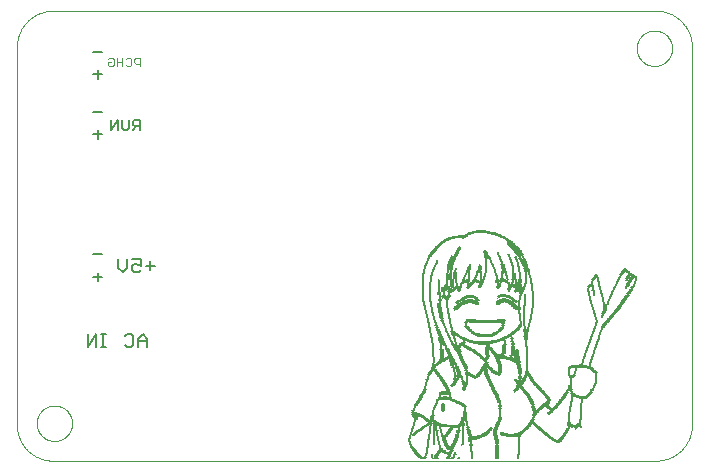
<source format=gbo>
G75*
%MOIN*%
%OFA0B0*%
%FSLAX25Y25*%
%IPPOS*%
%LPD*%
%AMOC8*
5,1,8,0,0,1.08239X$1,22.5*
%
%ADD10C,0.00000*%
%ADD11C,0.00700*%
%ADD12C,0.00600*%
%ADD13C,0.00400*%
%ADD14R,0.01650X0.00150*%
%ADD15R,0.00900X0.00150*%
%ADD16R,0.01200X0.00150*%
%ADD17R,0.01050X0.00150*%
%ADD18R,0.00750X0.00150*%
%ADD19R,0.01950X0.00150*%
%ADD20R,0.02100X0.00150*%
%ADD21R,0.02400X0.00150*%
%ADD22R,0.00600X0.00150*%
%ADD23R,0.00300X0.00150*%
%ADD24R,0.01500X0.00150*%
%ADD25R,0.01800X0.00150*%
%ADD26R,0.02250X0.00150*%
%ADD27R,0.02550X0.00150*%
%ADD28R,0.03000X0.00150*%
%ADD29R,0.03300X0.00150*%
%ADD30R,0.02850X0.00150*%
%ADD31R,0.01350X0.00150*%
%ADD32R,0.02700X0.00150*%
%ADD33R,0.00150X0.00150*%
%ADD34R,0.00450X0.00150*%
%ADD35R,0.03900X0.00150*%
%ADD36R,0.04350X0.00150*%
%ADD37R,0.04650X0.00150*%
%ADD38R,0.04950X0.00150*%
%ADD39R,0.03150X0.00150*%
%ADD40R,0.05550X0.00150*%
%ADD41R,0.06150X0.00150*%
%ADD42R,0.06450X0.00150*%
%ADD43R,0.06600X0.00150*%
%ADD44R,0.07050X0.00150*%
%ADD45R,0.03600X0.00150*%
%ADD46R,0.05400X0.00150*%
%ADD47R,0.06300X0.00150*%
%ADD48R,0.04500X0.00150*%
%ADD49R,0.07650X0.00150*%
%ADD50R,0.10500X0.00150*%
%ADD51R,0.03750X0.00150*%
%ADD52R,0.03450X0.00150*%
%ADD53R,0.04050X0.00150*%
%ADD54R,0.07200X0.00150*%
%ADD55R,0.06900X0.00150*%
%ADD56R,0.05100X0.00150*%
%ADD57R,0.04800X0.00150*%
%ADD58R,0.04200X0.00150*%
%ADD59R,0.05700X0.00150*%
%ADD60R,0.06750X0.00150*%
%ADD61R,0.08250X0.00150*%
%ADD62R,0.09150X0.00150*%
%ADD63R,0.05250X0.00150*%
%ADD64R,0.07350X0.00150*%
%ADD65R,0.07950X0.00150*%
%ADD66R,0.07500X0.00150*%
%ADD67R,0.11850X0.00150*%
%ADD68R,0.13350X0.00150*%
%ADD69R,0.13200X0.00150*%
%ADD70R,0.06000X0.00150*%
%ADD71R,0.05850X0.00150*%
%ADD72R,0.08100X0.00150*%
D10*
X0016500Y0005500D02*
X0217500Y0005500D01*
X0217790Y0005504D01*
X0218080Y0005514D01*
X0218369Y0005532D01*
X0218658Y0005556D01*
X0218946Y0005587D01*
X0219234Y0005626D01*
X0219520Y0005671D01*
X0219806Y0005724D01*
X0220089Y0005783D01*
X0220372Y0005849D01*
X0220652Y0005921D01*
X0220931Y0006001D01*
X0221208Y0006087D01*
X0221483Y0006180D01*
X0221755Y0006280D01*
X0222025Y0006386D01*
X0222292Y0006498D01*
X0222557Y0006618D01*
X0222818Y0006743D01*
X0223077Y0006875D01*
X0223332Y0007012D01*
X0223584Y0007156D01*
X0223832Y0007306D01*
X0224076Y0007462D01*
X0224317Y0007624D01*
X0224553Y0007792D01*
X0224786Y0007965D01*
X0225014Y0008144D01*
X0225238Y0008328D01*
X0225457Y0008518D01*
X0225672Y0008713D01*
X0225882Y0008913D01*
X0226087Y0009118D01*
X0226287Y0009328D01*
X0226482Y0009543D01*
X0226672Y0009762D01*
X0226856Y0009986D01*
X0227035Y0010214D01*
X0227208Y0010447D01*
X0227376Y0010683D01*
X0227538Y0010924D01*
X0227694Y0011168D01*
X0227844Y0011416D01*
X0227988Y0011668D01*
X0228125Y0011923D01*
X0228257Y0012182D01*
X0228382Y0012443D01*
X0228502Y0012708D01*
X0228614Y0012975D01*
X0228720Y0013245D01*
X0228820Y0013517D01*
X0228913Y0013792D01*
X0228999Y0014069D01*
X0229079Y0014348D01*
X0229151Y0014628D01*
X0229217Y0014911D01*
X0229276Y0015194D01*
X0229329Y0015480D01*
X0229374Y0015766D01*
X0229413Y0016054D01*
X0229444Y0016342D01*
X0229468Y0016631D01*
X0229486Y0016920D01*
X0229496Y0017210D01*
X0229500Y0017500D01*
X0229500Y0143500D01*
X0229496Y0143790D01*
X0229486Y0144080D01*
X0229468Y0144369D01*
X0229444Y0144658D01*
X0229413Y0144946D01*
X0229374Y0145234D01*
X0229329Y0145520D01*
X0229276Y0145806D01*
X0229217Y0146089D01*
X0229151Y0146372D01*
X0229079Y0146652D01*
X0228999Y0146931D01*
X0228913Y0147208D01*
X0228820Y0147483D01*
X0228720Y0147755D01*
X0228614Y0148025D01*
X0228502Y0148292D01*
X0228382Y0148557D01*
X0228257Y0148818D01*
X0228125Y0149077D01*
X0227988Y0149332D01*
X0227844Y0149584D01*
X0227694Y0149832D01*
X0227538Y0150076D01*
X0227376Y0150317D01*
X0227208Y0150553D01*
X0227035Y0150786D01*
X0226856Y0151014D01*
X0226672Y0151238D01*
X0226482Y0151457D01*
X0226287Y0151672D01*
X0226087Y0151882D01*
X0225882Y0152087D01*
X0225672Y0152287D01*
X0225457Y0152482D01*
X0225238Y0152672D01*
X0225014Y0152856D01*
X0224786Y0153035D01*
X0224553Y0153208D01*
X0224317Y0153376D01*
X0224076Y0153538D01*
X0223832Y0153694D01*
X0223584Y0153844D01*
X0223332Y0153988D01*
X0223077Y0154125D01*
X0222818Y0154257D01*
X0222557Y0154382D01*
X0222292Y0154502D01*
X0222025Y0154614D01*
X0221755Y0154720D01*
X0221483Y0154820D01*
X0221208Y0154913D01*
X0220931Y0154999D01*
X0220652Y0155079D01*
X0220372Y0155151D01*
X0220089Y0155217D01*
X0219806Y0155276D01*
X0219520Y0155329D01*
X0219234Y0155374D01*
X0218946Y0155413D01*
X0218658Y0155444D01*
X0218369Y0155468D01*
X0218080Y0155486D01*
X0217790Y0155496D01*
X0217500Y0155500D01*
X0016500Y0155500D01*
X0016210Y0155496D01*
X0015920Y0155486D01*
X0015631Y0155468D01*
X0015342Y0155444D01*
X0015054Y0155413D01*
X0014766Y0155374D01*
X0014480Y0155329D01*
X0014194Y0155276D01*
X0013911Y0155217D01*
X0013628Y0155151D01*
X0013348Y0155079D01*
X0013069Y0154999D01*
X0012792Y0154913D01*
X0012517Y0154820D01*
X0012245Y0154720D01*
X0011975Y0154614D01*
X0011708Y0154502D01*
X0011443Y0154382D01*
X0011182Y0154257D01*
X0010923Y0154125D01*
X0010668Y0153988D01*
X0010416Y0153844D01*
X0010168Y0153694D01*
X0009924Y0153538D01*
X0009683Y0153376D01*
X0009447Y0153208D01*
X0009214Y0153035D01*
X0008986Y0152856D01*
X0008762Y0152672D01*
X0008543Y0152482D01*
X0008328Y0152287D01*
X0008118Y0152087D01*
X0007913Y0151882D01*
X0007713Y0151672D01*
X0007518Y0151457D01*
X0007328Y0151238D01*
X0007144Y0151014D01*
X0006965Y0150786D01*
X0006792Y0150553D01*
X0006624Y0150317D01*
X0006462Y0150076D01*
X0006306Y0149832D01*
X0006156Y0149584D01*
X0006012Y0149332D01*
X0005875Y0149077D01*
X0005743Y0148818D01*
X0005618Y0148557D01*
X0005498Y0148292D01*
X0005386Y0148025D01*
X0005280Y0147755D01*
X0005180Y0147483D01*
X0005087Y0147208D01*
X0005001Y0146931D01*
X0004921Y0146652D01*
X0004849Y0146372D01*
X0004783Y0146089D01*
X0004724Y0145806D01*
X0004671Y0145520D01*
X0004626Y0145234D01*
X0004587Y0144946D01*
X0004556Y0144658D01*
X0004532Y0144369D01*
X0004514Y0144080D01*
X0004504Y0143790D01*
X0004500Y0143500D01*
X0004500Y0017500D01*
X0004504Y0017210D01*
X0004514Y0016920D01*
X0004532Y0016631D01*
X0004556Y0016342D01*
X0004587Y0016054D01*
X0004626Y0015766D01*
X0004671Y0015480D01*
X0004724Y0015194D01*
X0004783Y0014911D01*
X0004849Y0014628D01*
X0004921Y0014348D01*
X0005001Y0014069D01*
X0005087Y0013792D01*
X0005180Y0013517D01*
X0005280Y0013245D01*
X0005386Y0012975D01*
X0005498Y0012708D01*
X0005618Y0012443D01*
X0005743Y0012182D01*
X0005875Y0011923D01*
X0006012Y0011668D01*
X0006156Y0011416D01*
X0006306Y0011168D01*
X0006462Y0010924D01*
X0006624Y0010683D01*
X0006792Y0010447D01*
X0006965Y0010214D01*
X0007144Y0009986D01*
X0007328Y0009762D01*
X0007518Y0009543D01*
X0007713Y0009328D01*
X0007913Y0009118D01*
X0008118Y0008913D01*
X0008328Y0008713D01*
X0008543Y0008518D01*
X0008762Y0008328D01*
X0008986Y0008144D01*
X0009214Y0007965D01*
X0009447Y0007792D01*
X0009683Y0007624D01*
X0009924Y0007462D01*
X0010168Y0007306D01*
X0010416Y0007156D01*
X0010668Y0007012D01*
X0010923Y0006875D01*
X0011182Y0006743D01*
X0011443Y0006618D01*
X0011708Y0006498D01*
X0011975Y0006386D01*
X0012245Y0006280D01*
X0012517Y0006180D01*
X0012792Y0006087D01*
X0013069Y0006001D01*
X0013348Y0005921D01*
X0013628Y0005849D01*
X0013911Y0005783D01*
X0014194Y0005724D01*
X0014480Y0005671D01*
X0014766Y0005626D01*
X0015054Y0005587D01*
X0015342Y0005556D01*
X0015631Y0005532D01*
X0015920Y0005514D01*
X0016210Y0005504D01*
X0016500Y0005500D01*
X0011094Y0018000D02*
X0011096Y0018153D01*
X0011102Y0018307D01*
X0011112Y0018460D01*
X0011126Y0018612D01*
X0011144Y0018765D01*
X0011166Y0018916D01*
X0011191Y0019067D01*
X0011221Y0019218D01*
X0011255Y0019368D01*
X0011292Y0019516D01*
X0011333Y0019664D01*
X0011378Y0019810D01*
X0011427Y0019956D01*
X0011480Y0020100D01*
X0011536Y0020242D01*
X0011596Y0020383D01*
X0011660Y0020523D01*
X0011727Y0020661D01*
X0011798Y0020797D01*
X0011873Y0020931D01*
X0011950Y0021063D01*
X0012032Y0021193D01*
X0012116Y0021321D01*
X0012204Y0021447D01*
X0012295Y0021570D01*
X0012389Y0021691D01*
X0012487Y0021809D01*
X0012587Y0021925D01*
X0012691Y0022038D01*
X0012797Y0022149D01*
X0012906Y0022257D01*
X0013018Y0022362D01*
X0013132Y0022463D01*
X0013250Y0022562D01*
X0013369Y0022658D01*
X0013491Y0022751D01*
X0013616Y0022840D01*
X0013743Y0022927D01*
X0013872Y0023009D01*
X0014003Y0023089D01*
X0014136Y0023165D01*
X0014271Y0023238D01*
X0014408Y0023307D01*
X0014547Y0023372D01*
X0014687Y0023434D01*
X0014829Y0023492D01*
X0014972Y0023547D01*
X0015117Y0023598D01*
X0015263Y0023645D01*
X0015410Y0023688D01*
X0015558Y0023727D01*
X0015707Y0023763D01*
X0015857Y0023794D01*
X0016008Y0023822D01*
X0016159Y0023846D01*
X0016312Y0023866D01*
X0016464Y0023882D01*
X0016617Y0023894D01*
X0016770Y0023902D01*
X0016923Y0023906D01*
X0017077Y0023906D01*
X0017230Y0023902D01*
X0017383Y0023894D01*
X0017536Y0023882D01*
X0017688Y0023866D01*
X0017841Y0023846D01*
X0017992Y0023822D01*
X0018143Y0023794D01*
X0018293Y0023763D01*
X0018442Y0023727D01*
X0018590Y0023688D01*
X0018737Y0023645D01*
X0018883Y0023598D01*
X0019028Y0023547D01*
X0019171Y0023492D01*
X0019313Y0023434D01*
X0019453Y0023372D01*
X0019592Y0023307D01*
X0019729Y0023238D01*
X0019864Y0023165D01*
X0019997Y0023089D01*
X0020128Y0023009D01*
X0020257Y0022927D01*
X0020384Y0022840D01*
X0020509Y0022751D01*
X0020631Y0022658D01*
X0020750Y0022562D01*
X0020868Y0022463D01*
X0020982Y0022362D01*
X0021094Y0022257D01*
X0021203Y0022149D01*
X0021309Y0022038D01*
X0021413Y0021925D01*
X0021513Y0021809D01*
X0021611Y0021691D01*
X0021705Y0021570D01*
X0021796Y0021447D01*
X0021884Y0021321D01*
X0021968Y0021193D01*
X0022050Y0021063D01*
X0022127Y0020931D01*
X0022202Y0020797D01*
X0022273Y0020661D01*
X0022340Y0020523D01*
X0022404Y0020383D01*
X0022464Y0020242D01*
X0022520Y0020100D01*
X0022573Y0019956D01*
X0022622Y0019810D01*
X0022667Y0019664D01*
X0022708Y0019516D01*
X0022745Y0019368D01*
X0022779Y0019218D01*
X0022809Y0019067D01*
X0022834Y0018916D01*
X0022856Y0018765D01*
X0022874Y0018612D01*
X0022888Y0018460D01*
X0022898Y0018307D01*
X0022904Y0018153D01*
X0022906Y0018000D01*
X0022904Y0017847D01*
X0022898Y0017693D01*
X0022888Y0017540D01*
X0022874Y0017388D01*
X0022856Y0017235D01*
X0022834Y0017084D01*
X0022809Y0016933D01*
X0022779Y0016782D01*
X0022745Y0016632D01*
X0022708Y0016484D01*
X0022667Y0016336D01*
X0022622Y0016190D01*
X0022573Y0016044D01*
X0022520Y0015900D01*
X0022464Y0015758D01*
X0022404Y0015617D01*
X0022340Y0015477D01*
X0022273Y0015339D01*
X0022202Y0015203D01*
X0022127Y0015069D01*
X0022050Y0014937D01*
X0021968Y0014807D01*
X0021884Y0014679D01*
X0021796Y0014553D01*
X0021705Y0014430D01*
X0021611Y0014309D01*
X0021513Y0014191D01*
X0021413Y0014075D01*
X0021309Y0013962D01*
X0021203Y0013851D01*
X0021094Y0013743D01*
X0020982Y0013638D01*
X0020868Y0013537D01*
X0020750Y0013438D01*
X0020631Y0013342D01*
X0020509Y0013249D01*
X0020384Y0013160D01*
X0020257Y0013073D01*
X0020128Y0012991D01*
X0019997Y0012911D01*
X0019864Y0012835D01*
X0019729Y0012762D01*
X0019592Y0012693D01*
X0019453Y0012628D01*
X0019313Y0012566D01*
X0019171Y0012508D01*
X0019028Y0012453D01*
X0018883Y0012402D01*
X0018737Y0012355D01*
X0018590Y0012312D01*
X0018442Y0012273D01*
X0018293Y0012237D01*
X0018143Y0012206D01*
X0017992Y0012178D01*
X0017841Y0012154D01*
X0017688Y0012134D01*
X0017536Y0012118D01*
X0017383Y0012106D01*
X0017230Y0012098D01*
X0017077Y0012094D01*
X0016923Y0012094D01*
X0016770Y0012098D01*
X0016617Y0012106D01*
X0016464Y0012118D01*
X0016312Y0012134D01*
X0016159Y0012154D01*
X0016008Y0012178D01*
X0015857Y0012206D01*
X0015707Y0012237D01*
X0015558Y0012273D01*
X0015410Y0012312D01*
X0015263Y0012355D01*
X0015117Y0012402D01*
X0014972Y0012453D01*
X0014829Y0012508D01*
X0014687Y0012566D01*
X0014547Y0012628D01*
X0014408Y0012693D01*
X0014271Y0012762D01*
X0014136Y0012835D01*
X0014003Y0012911D01*
X0013872Y0012991D01*
X0013743Y0013073D01*
X0013616Y0013160D01*
X0013491Y0013249D01*
X0013369Y0013342D01*
X0013250Y0013438D01*
X0013132Y0013537D01*
X0013018Y0013638D01*
X0012906Y0013743D01*
X0012797Y0013851D01*
X0012691Y0013962D01*
X0012587Y0014075D01*
X0012487Y0014191D01*
X0012389Y0014309D01*
X0012295Y0014430D01*
X0012204Y0014553D01*
X0012116Y0014679D01*
X0012032Y0014807D01*
X0011950Y0014937D01*
X0011873Y0015069D01*
X0011798Y0015203D01*
X0011727Y0015339D01*
X0011660Y0015477D01*
X0011596Y0015617D01*
X0011536Y0015758D01*
X0011480Y0015900D01*
X0011427Y0016044D01*
X0011378Y0016190D01*
X0011333Y0016336D01*
X0011292Y0016484D01*
X0011255Y0016632D01*
X0011221Y0016782D01*
X0011191Y0016933D01*
X0011166Y0017084D01*
X0011144Y0017235D01*
X0011126Y0017388D01*
X0011112Y0017540D01*
X0011102Y0017693D01*
X0011096Y0017847D01*
X0011094Y0018000D01*
X0211094Y0143000D02*
X0211096Y0143153D01*
X0211102Y0143307D01*
X0211112Y0143460D01*
X0211126Y0143612D01*
X0211144Y0143765D01*
X0211166Y0143916D01*
X0211191Y0144067D01*
X0211221Y0144218D01*
X0211255Y0144368D01*
X0211292Y0144516D01*
X0211333Y0144664D01*
X0211378Y0144810D01*
X0211427Y0144956D01*
X0211480Y0145100D01*
X0211536Y0145242D01*
X0211596Y0145383D01*
X0211660Y0145523D01*
X0211727Y0145661D01*
X0211798Y0145797D01*
X0211873Y0145931D01*
X0211950Y0146063D01*
X0212032Y0146193D01*
X0212116Y0146321D01*
X0212204Y0146447D01*
X0212295Y0146570D01*
X0212389Y0146691D01*
X0212487Y0146809D01*
X0212587Y0146925D01*
X0212691Y0147038D01*
X0212797Y0147149D01*
X0212906Y0147257D01*
X0213018Y0147362D01*
X0213132Y0147463D01*
X0213250Y0147562D01*
X0213369Y0147658D01*
X0213491Y0147751D01*
X0213616Y0147840D01*
X0213743Y0147927D01*
X0213872Y0148009D01*
X0214003Y0148089D01*
X0214136Y0148165D01*
X0214271Y0148238D01*
X0214408Y0148307D01*
X0214547Y0148372D01*
X0214687Y0148434D01*
X0214829Y0148492D01*
X0214972Y0148547D01*
X0215117Y0148598D01*
X0215263Y0148645D01*
X0215410Y0148688D01*
X0215558Y0148727D01*
X0215707Y0148763D01*
X0215857Y0148794D01*
X0216008Y0148822D01*
X0216159Y0148846D01*
X0216312Y0148866D01*
X0216464Y0148882D01*
X0216617Y0148894D01*
X0216770Y0148902D01*
X0216923Y0148906D01*
X0217077Y0148906D01*
X0217230Y0148902D01*
X0217383Y0148894D01*
X0217536Y0148882D01*
X0217688Y0148866D01*
X0217841Y0148846D01*
X0217992Y0148822D01*
X0218143Y0148794D01*
X0218293Y0148763D01*
X0218442Y0148727D01*
X0218590Y0148688D01*
X0218737Y0148645D01*
X0218883Y0148598D01*
X0219028Y0148547D01*
X0219171Y0148492D01*
X0219313Y0148434D01*
X0219453Y0148372D01*
X0219592Y0148307D01*
X0219729Y0148238D01*
X0219864Y0148165D01*
X0219997Y0148089D01*
X0220128Y0148009D01*
X0220257Y0147927D01*
X0220384Y0147840D01*
X0220509Y0147751D01*
X0220631Y0147658D01*
X0220750Y0147562D01*
X0220868Y0147463D01*
X0220982Y0147362D01*
X0221094Y0147257D01*
X0221203Y0147149D01*
X0221309Y0147038D01*
X0221413Y0146925D01*
X0221513Y0146809D01*
X0221611Y0146691D01*
X0221705Y0146570D01*
X0221796Y0146447D01*
X0221884Y0146321D01*
X0221968Y0146193D01*
X0222050Y0146063D01*
X0222127Y0145931D01*
X0222202Y0145797D01*
X0222273Y0145661D01*
X0222340Y0145523D01*
X0222404Y0145383D01*
X0222464Y0145242D01*
X0222520Y0145100D01*
X0222573Y0144956D01*
X0222622Y0144810D01*
X0222667Y0144664D01*
X0222708Y0144516D01*
X0222745Y0144368D01*
X0222779Y0144218D01*
X0222809Y0144067D01*
X0222834Y0143916D01*
X0222856Y0143765D01*
X0222874Y0143612D01*
X0222888Y0143460D01*
X0222898Y0143307D01*
X0222904Y0143153D01*
X0222906Y0143000D01*
X0222904Y0142847D01*
X0222898Y0142693D01*
X0222888Y0142540D01*
X0222874Y0142388D01*
X0222856Y0142235D01*
X0222834Y0142084D01*
X0222809Y0141933D01*
X0222779Y0141782D01*
X0222745Y0141632D01*
X0222708Y0141484D01*
X0222667Y0141336D01*
X0222622Y0141190D01*
X0222573Y0141044D01*
X0222520Y0140900D01*
X0222464Y0140758D01*
X0222404Y0140617D01*
X0222340Y0140477D01*
X0222273Y0140339D01*
X0222202Y0140203D01*
X0222127Y0140069D01*
X0222050Y0139937D01*
X0221968Y0139807D01*
X0221884Y0139679D01*
X0221796Y0139553D01*
X0221705Y0139430D01*
X0221611Y0139309D01*
X0221513Y0139191D01*
X0221413Y0139075D01*
X0221309Y0138962D01*
X0221203Y0138851D01*
X0221094Y0138743D01*
X0220982Y0138638D01*
X0220868Y0138537D01*
X0220750Y0138438D01*
X0220631Y0138342D01*
X0220509Y0138249D01*
X0220384Y0138160D01*
X0220257Y0138073D01*
X0220128Y0137991D01*
X0219997Y0137911D01*
X0219864Y0137835D01*
X0219729Y0137762D01*
X0219592Y0137693D01*
X0219453Y0137628D01*
X0219313Y0137566D01*
X0219171Y0137508D01*
X0219028Y0137453D01*
X0218883Y0137402D01*
X0218737Y0137355D01*
X0218590Y0137312D01*
X0218442Y0137273D01*
X0218293Y0137237D01*
X0218143Y0137206D01*
X0217992Y0137178D01*
X0217841Y0137154D01*
X0217688Y0137134D01*
X0217536Y0137118D01*
X0217383Y0137106D01*
X0217230Y0137098D01*
X0217077Y0137094D01*
X0216923Y0137094D01*
X0216770Y0137098D01*
X0216617Y0137106D01*
X0216464Y0137118D01*
X0216312Y0137134D01*
X0216159Y0137154D01*
X0216008Y0137178D01*
X0215857Y0137206D01*
X0215707Y0137237D01*
X0215558Y0137273D01*
X0215410Y0137312D01*
X0215263Y0137355D01*
X0215117Y0137402D01*
X0214972Y0137453D01*
X0214829Y0137508D01*
X0214687Y0137566D01*
X0214547Y0137628D01*
X0214408Y0137693D01*
X0214271Y0137762D01*
X0214136Y0137835D01*
X0214003Y0137911D01*
X0213872Y0137991D01*
X0213743Y0138073D01*
X0213616Y0138160D01*
X0213491Y0138249D01*
X0213369Y0138342D01*
X0213250Y0138438D01*
X0213132Y0138537D01*
X0213018Y0138638D01*
X0212906Y0138743D01*
X0212797Y0138851D01*
X0212691Y0138962D01*
X0212587Y0139075D01*
X0212487Y0139191D01*
X0212389Y0139309D01*
X0212295Y0139430D01*
X0212204Y0139553D01*
X0212116Y0139679D01*
X0212032Y0139807D01*
X0211950Y0139937D01*
X0211873Y0140069D01*
X0211798Y0140203D01*
X0211727Y0140339D01*
X0211660Y0140477D01*
X0211596Y0140617D01*
X0211536Y0140758D01*
X0211480Y0140900D01*
X0211427Y0141044D01*
X0211378Y0141190D01*
X0211333Y0141336D01*
X0211292Y0141484D01*
X0211255Y0141632D01*
X0211221Y0141782D01*
X0211191Y0141933D01*
X0211166Y0142084D01*
X0211144Y0142235D01*
X0211126Y0142388D01*
X0211112Y0142540D01*
X0211102Y0142693D01*
X0211096Y0142847D01*
X0211094Y0143000D01*
D11*
X0050400Y0070502D02*
X0047531Y0070502D01*
X0045796Y0070502D02*
X0045796Y0072654D01*
X0042927Y0072654D01*
X0043644Y0071219D02*
X0042927Y0070502D01*
X0042927Y0069067D01*
X0043644Y0068350D01*
X0045079Y0068350D01*
X0045796Y0069067D01*
X0045796Y0070502D02*
X0044362Y0071219D01*
X0043644Y0071219D01*
X0041192Y0069785D02*
X0039758Y0068350D01*
X0038323Y0069785D01*
X0038323Y0072654D01*
X0041192Y0072654D02*
X0041192Y0069785D01*
X0048965Y0069067D02*
X0048965Y0071936D01*
X0032900Y0074252D02*
X0030031Y0074252D01*
X0031465Y0068186D02*
X0031465Y0065317D01*
X0030031Y0066752D02*
X0032900Y0066752D01*
X0032654Y0047654D02*
X0034088Y0047654D01*
X0033371Y0047654D02*
X0033371Y0043350D01*
X0034088Y0043350D02*
X0032654Y0043350D01*
X0031019Y0043350D02*
X0031019Y0047654D01*
X0028150Y0043350D01*
X0028150Y0047654D01*
X0040427Y0046936D02*
X0041144Y0047654D01*
X0042579Y0047654D01*
X0043296Y0046936D01*
X0043296Y0044067D01*
X0042579Y0043350D01*
X0041144Y0043350D01*
X0040427Y0044067D01*
X0045031Y0043350D02*
X0045031Y0046219D01*
X0046465Y0047654D01*
X0047900Y0046219D01*
X0047900Y0043350D01*
X0047900Y0045502D02*
X0045031Y0045502D01*
X0031465Y0112817D02*
X0031465Y0115686D01*
X0030031Y0114252D02*
X0032900Y0114252D01*
X0032900Y0121752D02*
X0030031Y0121752D01*
X0031465Y0132817D02*
X0031465Y0135686D01*
X0030031Y0134252D02*
X0032900Y0134252D01*
X0032900Y0141752D02*
X0030031Y0141752D01*
D12*
X0035815Y0119203D02*
X0035815Y0115800D01*
X0038084Y0119203D01*
X0038084Y0115800D01*
X0039498Y0116367D02*
X0039498Y0119203D01*
X0041767Y0119203D02*
X0041767Y0116367D01*
X0041200Y0115800D01*
X0040065Y0115800D01*
X0039498Y0116367D01*
X0043181Y0115800D02*
X0044316Y0116934D01*
X0043749Y0116934D02*
X0045450Y0116934D01*
X0045450Y0115800D02*
X0045450Y0119203D01*
X0043749Y0119203D01*
X0043181Y0118636D01*
X0043181Y0117501D01*
X0043749Y0116934D01*
D13*
X0042136Y0136950D02*
X0041202Y0136950D01*
X0040735Y0137417D01*
X0039657Y0136950D02*
X0039657Y0139752D01*
X0040735Y0139285D02*
X0041202Y0139752D01*
X0042136Y0139752D01*
X0042603Y0139285D01*
X0042603Y0137417D01*
X0042136Y0136950D01*
X0043682Y0138351D02*
X0044149Y0137884D01*
X0045550Y0137884D01*
X0045550Y0136950D02*
X0045550Y0139752D01*
X0044149Y0139752D01*
X0043682Y0139285D01*
X0043682Y0138351D01*
X0039657Y0138351D02*
X0037789Y0138351D01*
X0037789Y0139752D02*
X0037789Y0136950D01*
X0036710Y0137417D02*
X0036243Y0136950D01*
X0035309Y0136950D01*
X0034842Y0137417D01*
X0034842Y0138351D01*
X0035776Y0138351D01*
X0034842Y0139285D02*
X0035309Y0139752D01*
X0036243Y0139752D01*
X0036710Y0139285D01*
X0036710Y0137417D01*
D14*
X0147000Y0078550D03*
X0147300Y0078700D03*
X0154350Y0080500D03*
X0161100Y0073600D03*
X0161250Y0073300D03*
X0158700Y0068800D03*
X0158700Y0068650D03*
X0158700Y0068500D03*
X0159600Y0065650D03*
X0159600Y0065500D03*
X0155400Y0063850D03*
X0153300Y0064750D03*
X0150450Y0065950D03*
X0150450Y0066100D03*
X0150450Y0066250D03*
X0150450Y0066400D03*
X0150450Y0066550D03*
X0150450Y0066700D03*
X0149550Y0065650D03*
X0149100Y0070750D03*
X0149250Y0071200D03*
X0149550Y0072100D03*
X0154950Y0068500D03*
X0154950Y0068350D03*
X0154800Y0068050D03*
X0165300Y0064450D03*
X0165300Y0064300D03*
X0167700Y0065050D03*
X0170250Y0065950D03*
X0170250Y0066100D03*
X0170250Y0066250D03*
X0166800Y0068500D03*
X0166800Y0068650D03*
X0166800Y0068800D03*
X0173700Y0071050D03*
X0173850Y0070750D03*
X0173850Y0070600D03*
X0174000Y0070300D03*
X0174000Y0070150D03*
X0174150Y0070000D03*
X0174150Y0069850D03*
X0174150Y0069700D03*
X0174300Y0069400D03*
X0174300Y0069250D03*
X0174450Y0068950D03*
X0174450Y0068800D03*
X0172950Y0062650D03*
X0171000Y0062950D03*
X0169200Y0059500D03*
X0169500Y0059350D03*
X0170550Y0056500D03*
X0174150Y0048400D03*
X0174150Y0048250D03*
X0174150Y0048100D03*
X0174150Y0047950D03*
X0169950Y0047950D03*
X0169800Y0047800D03*
X0169500Y0047650D03*
X0169050Y0047350D03*
X0168750Y0047200D03*
X0168450Y0047050D03*
X0168000Y0046750D03*
X0164550Y0048100D03*
X0161700Y0043300D03*
X0161250Y0041800D03*
X0161250Y0041650D03*
X0161250Y0041500D03*
X0161250Y0041350D03*
X0161250Y0041200D03*
X0161250Y0041050D03*
X0160500Y0038950D03*
X0158850Y0040300D03*
X0158700Y0040450D03*
X0158400Y0040600D03*
X0158250Y0040750D03*
X0158100Y0040900D03*
X0157650Y0041200D03*
X0157500Y0041350D03*
X0157200Y0041500D03*
X0157050Y0041650D03*
X0156750Y0041800D03*
X0153150Y0044500D03*
X0151500Y0042100D03*
X0151650Y0041800D03*
X0151800Y0041500D03*
X0151800Y0041350D03*
X0151950Y0041200D03*
X0152100Y0040900D03*
X0152250Y0040600D03*
X0148950Y0040150D03*
X0145350Y0038050D03*
X0143700Y0036850D03*
X0143550Y0036700D03*
X0150750Y0032200D03*
X0150750Y0032050D03*
X0150600Y0031900D03*
X0150600Y0031750D03*
X0153750Y0030700D03*
X0151950Y0033850D03*
X0151950Y0034000D03*
X0160350Y0036400D03*
X0163050Y0035350D03*
X0163200Y0035200D03*
X0171750Y0037150D03*
X0171750Y0037300D03*
X0171600Y0037750D03*
X0171600Y0037900D03*
X0171150Y0039700D03*
X0174750Y0034300D03*
X0171300Y0029500D03*
X0181350Y0024700D03*
X0177450Y0021400D03*
X0176250Y0018100D03*
X0173850Y0015700D03*
X0173700Y0015550D03*
X0173550Y0015400D03*
X0173400Y0015250D03*
X0173250Y0015100D03*
X0172950Y0014950D03*
X0172800Y0014800D03*
X0162000Y0015400D03*
X0161850Y0015250D03*
X0161700Y0015100D03*
X0161550Y0014950D03*
X0161100Y0014650D03*
X0152850Y0017800D03*
X0153750Y0020050D03*
X0153750Y0020200D03*
X0153150Y0023950D03*
X0142950Y0019000D03*
X0144000Y0017050D03*
X0144000Y0016900D03*
X0144000Y0016750D03*
X0144000Y0016600D03*
X0144000Y0016450D03*
X0144000Y0016300D03*
X0144000Y0016150D03*
X0144000Y0016000D03*
X0144000Y0015850D03*
X0144000Y0015700D03*
X0147000Y0013150D03*
X0145950Y0008950D03*
X0147000Y0008350D03*
X0139800Y0005950D03*
X0140100Y0019750D03*
X0139800Y0019900D03*
X0137250Y0020050D03*
X0145650Y0046300D03*
X0150150Y0047950D03*
X0151800Y0046900D03*
X0152250Y0046600D03*
X0152550Y0046450D03*
X0156150Y0048250D03*
X0156600Y0047950D03*
X0145350Y0056500D03*
X0145200Y0057400D03*
X0145200Y0057550D03*
X0151800Y0058450D03*
X0152250Y0058750D03*
X0152550Y0058900D03*
X0152850Y0059050D03*
X0153150Y0059200D03*
X0166350Y0079900D03*
X0166650Y0079750D03*
X0166950Y0079600D03*
X0167250Y0079450D03*
X0195900Y0063850D03*
X0197400Y0066550D03*
X0207300Y0068950D03*
X0208950Y0067600D03*
X0200700Y0057100D03*
X0200700Y0056950D03*
X0188850Y0029350D03*
X0188850Y0029200D03*
X0190350Y0027250D03*
X0188700Y0017650D03*
D15*
X0188625Y0018250D03*
X0188625Y0018400D03*
X0188475Y0018850D03*
X0188475Y0019000D03*
X0188475Y0019150D03*
X0188475Y0019300D03*
X0188475Y0019450D03*
X0188625Y0020500D03*
X0188625Y0020650D03*
X0188625Y0020800D03*
X0188625Y0020950D03*
X0188625Y0021100D03*
X0188775Y0021700D03*
X0188775Y0021850D03*
X0188775Y0022000D03*
X0188775Y0022150D03*
X0188925Y0022750D03*
X0188925Y0022900D03*
X0188925Y0023050D03*
X0189075Y0023500D03*
X0189075Y0023650D03*
X0189075Y0023800D03*
X0189225Y0024400D03*
X0189225Y0024550D03*
X0189375Y0025150D03*
X0189375Y0025300D03*
X0189525Y0025750D03*
X0189525Y0025900D03*
X0189675Y0026350D03*
X0189675Y0026500D03*
X0189525Y0028000D03*
X0189375Y0028150D03*
X0189375Y0028300D03*
X0188175Y0028750D03*
X0188025Y0028600D03*
X0188025Y0028450D03*
X0187875Y0028300D03*
X0187725Y0028000D03*
X0187575Y0027850D03*
X0187425Y0027550D03*
X0187275Y0027400D03*
X0187125Y0027100D03*
X0186825Y0026650D03*
X0186375Y0026050D03*
X0181875Y0025750D03*
X0176475Y0023950D03*
X0176475Y0023800D03*
X0176475Y0023650D03*
X0176625Y0023350D03*
X0176775Y0023050D03*
X0176775Y0022900D03*
X0176775Y0022750D03*
X0176925Y0022300D03*
X0176925Y0022150D03*
X0176925Y0020350D03*
X0176775Y0020200D03*
X0176775Y0020050D03*
X0176775Y0019900D03*
X0176625Y0019750D03*
X0176625Y0019600D03*
X0176625Y0019450D03*
X0176475Y0019300D03*
X0176475Y0019150D03*
X0176325Y0018850D03*
X0171975Y0013150D03*
X0171975Y0013000D03*
X0171975Y0012850D03*
X0171975Y0012700D03*
X0171975Y0012550D03*
X0171975Y0012400D03*
X0171975Y0012250D03*
X0171975Y0012100D03*
X0171975Y0011950D03*
X0171975Y0011800D03*
X0171975Y0011650D03*
X0171975Y0011500D03*
X0171975Y0011350D03*
X0171975Y0011200D03*
X0171975Y0011050D03*
X0171975Y0010900D03*
X0171975Y0010750D03*
X0171975Y0010600D03*
X0171975Y0010450D03*
X0171975Y0010300D03*
X0171975Y0010150D03*
X0171975Y0010000D03*
X0171975Y0009850D03*
X0171975Y0009700D03*
X0171975Y0009550D03*
X0171975Y0009400D03*
X0171975Y0009250D03*
X0171975Y0009100D03*
X0171975Y0008950D03*
X0171975Y0008800D03*
X0171975Y0008650D03*
X0171975Y0008500D03*
X0171975Y0008350D03*
X0171825Y0008200D03*
X0171825Y0008050D03*
X0171825Y0007900D03*
X0171825Y0007750D03*
X0171825Y0007600D03*
X0171825Y0007450D03*
X0171675Y0007300D03*
X0171675Y0007150D03*
X0171675Y0007000D03*
X0171675Y0006850D03*
X0171675Y0006700D03*
X0171675Y0006550D03*
X0171675Y0006400D03*
X0171675Y0006250D03*
X0164475Y0010450D03*
X0164475Y0010600D03*
X0164475Y0010750D03*
X0164475Y0010900D03*
X0164475Y0011050D03*
X0164175Y0013300D03*
X0163875Y0014350D03*
X0165075Y0018250D03*
X0165225Y0018550D03*
X0165225Y0018700D03*
X0165375Y0018850D03*
X0165375Y0019000D03*
X0165525Y0019450D03*
X0165675Y0019750D03*
X0165675Y0019900D03*
X0165675Y0020050D03*
X0165675Y0020200D03*
X0165675Y0020350D03*
X0165675Y0020500D03*
X0165675Y0020650D03*
X0165675Y0020800D03*
X0165675Y0020950D03*
X0165675Y0021100D03*
X0165675Y0021250D03*
X0165675Y0021400D03*
X0165675Y0021550D03*
X0165675Y0021700D03*
X0165675Y0021850D03*
X0165675Y0022000D03*
X0165675Y0022150D03*
X0165675Y0022300D03*
X0165675Y0022450D03*
X0165675Y0022600D03*
X0165525Y0022900D03*
X0165525Y0023050D03*
X0165525Y0023200D03*
X0165375Y0023800D03*
X0165375Y0023950D03*
X0165375Y0024100D03*
X0165375Y0024250D03*
X0165375Y0024400D03*
X0165375Y0024550D03*
X0165225Y0025000D03*
X0165075Y0025450D03*
X0165075Y0025600D03*
X0164475Y0026950D03*
X0170475Y0028450D03*
X0173175Y0031750D03*
X0173325Y0032050D03*
X0173475Y0032350D03*
X0173625Y0032650D03*
X0173775Y0032950D03*
X0173925Y0033250D03*
X0173925Y0033400D03*
X0174075Y0033550D03*
X0174075Y0033700D03*
X0175425Y0033700D03*
X0174525Y0035200D03*
X0174525Y0035350D03*
X0174525Y0035500D03*
X0174675Y0036550D03*
X0174675Y0036700D03*
X0174675Y0036850D03*
X0174675Y0037000D03*
X0174675Y0037150D03*
X0174675Y0037300D03*
X0174675Y0037450D03*
X0174675Y0037600D03*
X0174675Y0037750D03*
X0174675Y0037900D03*
X0174675Y0038050D03*
X0174675Y0038200D03*
X0174675Y0038350D03*
X0174525Y0040150D03*
X0174525Y0040300D03*
X0174525Y0040450D03*
X0174525Y0040600D03*
X0174525Y0040750D03*
X0174525Y0040900D03*
X0174525Y0041050D03*
X0174525Y0041200D03*
X0174525Y0041350D03*
X0174525Y0041500D03*
X0174525Y0041650D03*
X0174525Y0041800D03*
X0174375Y0042250D03*
X0174375Y0042400D03*
X0174375Y0042550D03*
X0174375Y0042700D03*
X0174375Y0042850D03*
X0174375Y0043000D03*
X0174375Y0043150D03*
X0174375Y0043300D03*
X0174225Y0043750D03*
X0174225Y0043900D03*
X0174225Y0044050D03*
X0174225Y0044200D03*
X0174225Y0044350D03*
X0174075Y0044500D03*
X0174075Y0044650D03*
X0174075Y0044800D03*
X0174075Y0044950D03*
X0174075Y0045100D03*
X0174075Y0045250D03*
X0174075Y0045400D03*
X0174075Y0045550D03*
X0174075Y0045700D03*
X0173775Y0049150D03*
X0173775Y0049300D03*
X0173775Y0049450D03*
X0173775Y0049600D03*
X0173775Y0049750D03*
X0173775Y0049900D03*
X0173775Y0050050D03*
X0173775Y0050200D03*
X0174975Y0049900D03*
X0174975Y0049750D03*
X0175125Y0050200D03*
X0175125Y0050350D03*
X0175275Y0050800D03*
X0175275Y0050950D03*
X0175425Y0051250D03*
X0175425Y0051400D03*
X0175575Y0051850D03*
X0175575Y0052000D03*
X0175575Y0052150D03*
X0175725Y0052450D03*
X0175725Y0052600D03*
X0175875Y0053050D03*
X0175875Y0053200D03*
X0175875Y0053350D03*
X0175875Y0053500D03*
X0176025Y0053800D03*
X0176025Y0053950D03*
X0176025Y0054100D03*
X0176175Y0054550D03*
X0176175Y0054700D03*
X0176175Y0054850D03*
X0176175Y0055000D03*
X0176175Y0055150D03*
X0176175Y0055300D03*
X0176325Y0055750D03*
X0176325Y0055900D03*
X0176325Y0056050D03*
X0176325Y0056200D03*
X0176475Y0057100D03*
X0176475Y0057250D03*
X0176475Y0057400D03*
X0176475Y0057550D03*
X0176475Y0057700D03*
X0176475Y0057850D03*
X0176475Y0058000D03*
X0176475Y0058150D03*
X0176475Y0058300D03*
X0176475Y0058450D03*
X0176475Y0058600D03*
X0176475Y0058750D03*
X0176475Y0058900D03*
X0176475Y0059050D03*
X0176475Y0059200D03*
X0176475Y0059350D03*
X0176475Y0059500D03*
X0176475Y0059650D03*
X0176475Y0059800D03*
X0176475Y0059950D03*
X0176475Y0060100D03*
X0176475Y0060250D03*
X0176475Y0060400D03*
X0176475Y0060550D03*
X0176475Y0060700D03*
X0176475Y0060850D03*
X0176325Y0062050D03*
X0176325Y0062200D03*
X0176325Y0062350D03*
X0176325Y0062500D03*
X0176325Y0062650D03*
X0176175Y0063250D03*
X0176175Y0063400D03*
X0176175Y0063550D03*
X0176175Y0063700D03*
X0176175Y0063850D03*
X0176025Y0064450D03*
X0176025Y0064600D03*
X0176025Y0064750D03*
X0175875Y0065050D03*
X0175875Y0065200D03*
X0175875Y0065350D03*
X0175875Y0065500D03*
X0175725Y0065950D03*
X0175725Y0066100D03*
X0175575Y0066250D03*
X0175575Y0066400D03*
X0175575Y0066550D03*
X0175575Y0066700D03*
X0175425Y0067000D03*
X0175425Y0067150D03*
X0175275Y0067450D03*
X0175275Y0067600D03*
X0175275Y0067750D03*
X0175125Y0068050D03*
X0175125Y0068200D03*
X0174075Y0068200D03*
X0174075Y0068050D03*
X0174225Y0067600D03*
X0174225Y0067450D03*
X0174225Y0067300D03*
X0174225Y0067150D03*
X0174225Y0067000D03*
X0174225Y0066850D03*
X0174225Y0066700D03*
X0174225Y0066550D03*
X0174225Y0066400D03*
X0174225Y0066250D03*
X0174225Y0066100D03*
X0174225Y0065950D03*
X0174225Y0065800D03*
X0174225Y0065650D03*
X0174075Y0065200D03*
X0174075Y0065050D03*
X0174075Y0064900D03*
X0174075Y0064750D03*
X0174075Y0064600D03*
X0174075Y0064450D03*
X0173925Y0064300D03*
X0173925Y0064150D03*
X0173775Y0063850D03*
X0173775Y0063700D03*
X0173775Y0063550D03*
X0173625Y0063250D03*
X0172575Y0061150D03*
X0172425Y0060850D03*
X0172425Y0060700D03*
X0172425Y0060550D03*
X0172275Y0060100D03*
X0172275Y0059950D03*
X0172275Y0059800D03*
X0172125Y0059500D03*
X0172125Y0059350D03*
X0171975Y0058900D03*
X0171975Y0058750D03*
X0171975Y0058600D03*
X0171975Y0058450D03*
X0173775Y0058450D03*
X0173775Y0058600D03*
X0173775Y0058750D03*
X0173775Y0058900D03*
X0173775Y0058300D03*
X0173775Y0058150D03*
X0173775Y0058000D03*
X0173775Y0057850D03*
X0173775Y0057700D03*
X0173775Y0057550D03*
X0173775Y0057400D03*
X0173775Y0057250D03*
X0173775Y0057100D03*
X0173625Y0056200D03*
X0173625Y0056050D03*
X0173625Y0055900D03*
X0173625Y0055750D03*
X0173625Y0055600D03*
X0173625Y0055450D03*
X0173625Y0055300D03*
X0173625Y0055150D03*
X0171975Y0055150D03*
X0171975Y0055300D03*
X0171975Y0055450D03*
X0171975Y0055600D03*
X0171975Y0055750D03*
X0171975Y0055000D03*
X0171975Y0054850D03*
X0171975Y0054700D03*
X0171975Y0054550D03*
X0172125Y0053950D03*
X0172125Y0053800D03*
X0172125Y0053650D03*
X0172125Y0053500D03*
X0172275Y0053200D03*
X0172275Y0053050D03*
X0172275Y0052900D03*
X0172275Y0052750D03*
X0172275Y0052600D03*
X0172425Y0051850D03*
X0172425Y0051700D03*
X0172425Y0051550D03*
X0172425Y0051400D03*
X0172425Y0051250D03*
X0172425Y0051100D03*
X0172425Y0050950D03*
X0172425Y0050800D03*
X0172275Y0050500D03*
X0172125Y0050200D03*
X0171825Y0049750D03*
X0173625Y0051850D03*
X0173625Y0052000D03*
X0173625Y0052150D03*
X0173625Y0052300D03*
X0173625Y0052450D03*
X0173625Y0052600D03*
X0173625Y0052750D03*
X0173625Y0052900D03*
X0173625Y0053050D03*
X0173625Y0053200D03*
X0170925Y0055750D03*
X0166725Y0051400D03*
X0166725Y0051250D03*
X0166575Y0050800D03*
X0166575Y0050650D03*
X0166575Y0050500D03*
X0166425Y0050200D03*
X0166425Y0050050D03*
X0169425Y0046450D03*
X0169425Y0046300D03*
X0169425Y0046150D03*
X0169575Y0045850D03*
X0169575Y0045700D03*
X0169575Y0045550D03*
X0169575Y0045400D03*
X0169575Y0045250D03*
X0169725Y0044800D03*
X0169725Y0044650D03*
X0169875Y0044050D03*
X0169875Y0043900D03*
X0169875Y0043750D03*
X0169875Y0043600D03*
X0169875Y0043450D03*
X0167175Y0044200D03*
X0167175Y0044350D03*
X0167175Y0044500D03*
X0167175Y0044650D03*
X0167175Y0044800D03*
X0167175Y0044950D03*
X0167175Y0045100D03*
X0167175Y0045250D03*
X0167175Y0045400D03*
X0166575Y0040900D03*
X0166575Y0040750D03*
X0169275Y0040150D03*
X0169275Y0040000D03*
X0169425Y0040450D03*
X0169425Y0040600D03*
X0172275Y0034300D03*
X0172275Y0034150D03*
X0172275Y0034000D03*
X0172275Y0033850D03*
X0172275Y0033700D03*
X0172275Y0033550D03*
X0172275Y0033400D03*
X0172125Y0032650D03*
X0172125Y0032500D03*
X0172125Y0032350D03*
X0170775Y0032350D03*
X0165075Y0033850D03*
X0161925Y0032200D03*
X0161775Y0032500D03*
X0162075Y0031900D03*
X0162375Y0031150D03*
X0154575Y0032500D03*
X0154575Y0032650D03*
X0154575Y0032800D03*
X0154575Y0032950D03*
X0154575Y0033100D03*
X0154575Y0033250D03*
X0154575Y0033400D03*
X0154575Y0033550D03*
X0154575Y0033700D03*
X0154425Y0035050D03*
X0154425Y0035200D03*
X0154275Y0035500D03*
X0154275Y0035650D03*
X0154275Y0035800D03*
X0154275Y0035950D03*
X0151575Y0035650D03*
X0151575Y0035500D03*
X0151425Y0035950D03*
X0151275Y0036250D03*
X0151125Y0036550D03*
X0150975Y0036850D03*
X0150975Y0037000D03*
X0150825Y0037150D03*
X0150825Y0037300D03*
X0150675Y0037450D03*
X0149775Y0037000D03*
X0149775Y0036850D03*
X0149925Y0036700D03*
X0149925Y0036550D03*
X0150075Y0036100D03*
X0150075Y0035950D03*
X0150075Y0035800D03*
X0150075Y0035650D03*
X0150225Y0035500D03*
X0150225Y0035350D03*
X0150225Y0035200D03*
X0150225Y0035050D03*
X0150375Y0034900D03*
X0150375Y0034750D03*
X0150375Y0034600D03*
X0150375Y0034450D03*
X0150375Y0034300D03*
X0150375Y0034150D03*
X0150375Y0034000D03*
X0150375Y0033850D03*
X0150375Y0033700D03*
X0150375Y0033550D03*
X0150375Y0033400D03*
X0150375Y0033250D03*
X0150375Y0033100D03*
X0150375Y0032950D03*
X0151425Y0032950D03*
X0151425Y0033100D03*
X0151425Y0033250D03*
X0152775Y0032800D03*
X0152775Y0032650D03*
X0152925Y0032500D03*
X0152925Y0032350D03*
X0153075Y0032200D03*
X0153075Y0032050D03*
X0153075Y0031900D03*
X0153225Y0031600D03*
X0153225Y0031450D03*
X0154425Y0031450D03*
X0154425Y0031600D03*
X0154425Y0031750D03*
X0154425Y0031900D03*
X0153525Y0029050D03*
X0149625Y0030100D03*
X0147975Y0029350D03*
X0147675Y0029950D03*
X0148275Y0028600D03*
X0148725Y0027250D03*
X0148875Y0027100D03*
X0148875Y0026950D03*
X0148875Y0026800D03*
X0148875Y0026650D03*
X0148875Y0026500D03*
X0145575Y0027400D03*
X0145425Y0027100D03*
X0145425Y0026950D03*
X0145425Y0026800D03*
X0145425Y0026650D03*
X0144825Y0025450D03*
X0144675Y0025300D03*
X0144675Y0025150D03*
X0144525Y0025000D03*
X0144525Y0024850D03*
X0144375Y0024700D03*
X0144375Y0024550D03*
X0144225Y0024400D03*
X0144225Y0024250D03*
X0144075Y0024100D03*
X0144075Y0023950D03*
X0144075Y0023800D03*
X0143925Y0023650D03*
X0143925Y0023500D03*
X0143775Y0023350D03*
X0143775Y0023200D03*
X0143625Y0023050D03*
X0143625Y0022900D03*
X0143625Y0022750D03*
X0143475Y0022600D03*
X0143475Y0022450D03*
X0143475Y0022300D03*
X0143325Y0022150D03*
X0143325Y0022000D03*
X0143325Y0021850D03*
X0143175Y0021700D03*
X0143175Y0021550D03*
X0143175Y0021400D03*
X0143175Y0021250D03*
X0143175Y0021100D03*
X0143175Y0020950D03*
X0143175Y0020800D03*
X0143175Y0020650D03*
X0143175Y0020500D03*
X0143025Y0020200D03*
X0146475Y0021850D03*
X0146475Y0022000D03*
X0146625Y0022750D03*
X0146625Y0023350D03*
X0153825Y0023200D03*
X0153825Y0023050D03*
X0153825Y0022900D03*
X0153825Y0022750D03*
X0153825Y0022600D03*
X0153825Y0022450D03*
X0153825Y0022300D03*
X0153825Y0022150D03*
X0153825Y0022000D03*
X0153825Y0021850D03*
X0153675Y0021700D03*
X0153675Y0021550D03*
X0153675Y0021400D03*
X0153225Y0019600D03*
X0153225Y0019450D03*
X0154275Y0019450D03*
X0154275Y0019600D03*
X0154275Y0019300D03*
X0154275Y0019150D03*
X0154275Y0019000D03*
X0154275Y0018850D03*
X0154275Y0018700D03*
X0154275Y0018550D03*
X0154425Y0018400D03*
X0154425Y0018250D03*
X0154425Y0018100D03*
X0154425Y0017950D03*
X0154575Y0017800D03*
X0154575Y0017650D03*
X0154575Y0017500D03*
X0154575Y0017350D03*
X0154575Y0017200D03*
X0154725Y0016900D03*
X0154725Y0016750D03*
X0154725Y0016600D03*
X0154875Y0016300D03*
X0154875Y0016150D03*
X0154875Y0016000D03*
X0154875Y0015850D03*
X0155025Y0015550D03*
X0155175Y0014950D03*
X0155175Y0014800D03*
X0155325Y0014350D03*
X0155325Y0014200D03*
X0155475Y0013450D03*
X0155775Y0011500D03*
X0155775Y0011350D03*
X0155775Y0011200D03*
X0155775Y0011050D03*
X0155775Y0010900D03*
X0155775Y0010750D03*
X0155925Y0010300D03*
X0155925Y0010150D03*
X0155925Y0010000D03*
X0155925Y0009850D03*
X0155925Y0009700D03*
X0155925Y0009550D03*
X0155925Y0009400D03*
X0155925Y0009250D03*
X0155925Y0009100D03*
X0155925Y0008950D03*
X0155925Y0008800D03*
X0156075Y0008350D03*
X0156075Y0008200D03*
X0156075Y0008050D03*
X0156075Y0007900D03*
X0156075Y0007750D03*
X0156075Y0007600D03*
X0156075Y0007450D03*
X0156075Y0007300D03*
X0156075Y0007150D03*
X0156225Y0006550D03*
X0156225Y0006400D03*
X0156225Y0006250D03*
X0156225Y0006100D03*
X0156225Y0005950D03*
X0151725Y0006100D03*
X0151725Y0006250D03*
X0151575Y0005950D03*
X0150075Y0006700D03*
X0150075Y0006850D03*
X0150225Y0007000D03*
X0150225Y0007150D03*
X0150375Y0007300D03*
X0150525Y0007600D03*
X0149925Y0006550D03*
X0149775Y0006250D03*
X0149625Y0005950D03*
X0148425Y0006700D03*
X0148575Y0007000D03*
X0148725Y0007150D03*
X0148725Y0007300D03*
X0147975Y0005950D03*
X0149475Y0008800D03*
X0149475Y0008950D03*
X0147525Y0010750D03*
X0147375Y0011200D03*
X0145425Y0010450D03*
X0145425Y0010300D03*
X0145425Y0010150D03*
X0145425Y0010000D03*
X0145575Y0009850D03*
X0145575Y0009700D03*
X0145575Y0009550D03*
X0145725Y0009400D03*
X0145275Y0010600D03*
X0145275Y0010750D03*
X0145275Y0010900D03*
X0145275Y0011050D03*
X0145125Y0011350D03*
X0145125Y0011500D03*
X0145125Y0011650D03*
X0145125Y0011800D03*
X0144975Y0011950D03*
X0144975Y0012100D03*
X0144975Y0012250D03*
X0144975Y0012400D03*
X0144975Y0012550D03*
X0144825Y0012700D03*
X0144825Y0012850D03*
X0144825Y0013000D03*
X0144825Y0013150D03*
X0144825Y0013300D03*
X0144675Y0013600D03*
X0144675Y0013750D03*
X0144675Y0013900D03*
X0144675Y0014050D03*
X0144675Y0014200D03*
X0144525Y0014500D03*
X0144525Y0014650D03*
X0144525Y0014800D03*
X0144525Y0014950D03*
X0144525Y0015100D03*
X0144525Y0015250D03*
X0145725Y0015550D03*
X0145725Y0015700D03*
X0145725Y0015850D03*
X0145575Y0016150D03*
X0145575Y0016300D03*
X0145575Y0016450D03*
X0145425Y0016750D03*
X0145875Y0015400D03*
X0145875Y0015250D03*
X0145875Y0015100D03*
X0146025Y0014800D03*
X0146025Y0014650D03*
X0146175Y0014500D03*
X0146175Y0014350D03*
X0146175Y0014200D03*
X0146325Y0013900D03*
X0146325Y0013750D03*
X0143475Y0013750D03*
X0143475Y0013900D03*
X0143475Y0013600D03*
X0143475Y0013450D03*
X0143475Y0013300D03*
X0143475Y0013150D03*
X0143475Y0013000D03*
X0143475Y0012850D03*
X0143475Y0012700D03*
X0143475Y0012550D03*
X0143475Y0012400D03*
X0141825Y0012850D03*
X0141825Y0013000D03*
X0141825Y0013150D03*
X0141825Y0013300D03*
X0141975Y0013750D03*
X0141975Y0013900D03*
X0141975Y0014050D03*
X0141975Y0014200D03*
X0142125Y0014650D03*
X0142125Y0014800D03*
X0142125Y0014950D03*
X0142125Y0015100D03*
X0142125Y0015250D03*
X0142275Y0015850D03*
X0142275Y0016000D03*
X0142275Y0016150D03*
X0142275Y0016300D03*
X0142275Y0016450D03*
X0142425Y0017050D03*
X0142425Y0017200D03*
X0137325Y0018850D03*
X0137325Y0019000D03*
X0137475Y0019300D03*
X0137175Y0018550D03*
X0137175Y0018400D03*
X0137025Y0018100D03*
X0137025Y0017950D03*
X0136875Y0017650D03*
X0136875Y0017500D03*
X0136725Y0017200D03*
X0136725Y0017050D03*
X0136575Y0016600D03*
X0136425Y0016150D03*
X0136275Y0015700D03*
X0136125Y0015250D03*
X0135975Y0014800D03*
X0135975Y0014650D03*
X0135825Y0014350D03*
X0135675Y0013900D03*
X0135525Y0013450D03*
X0135375Y0013000D03*
X0135375Y0012850D03*
X0135225Y0012400D03*
X0135225Y0012250D03*
X0135375Y0011650D03*
X0135375Y0011500D03*
X0135525Y0011200D03*
X0135525Y0011050D03*
X0135675Y0010750D03*
X0135825Y0010600D03*
X0135825Y0010450D03*
X0135975Y0010300D03*
X0135975Y0010150D03*
X0136125Y0010000D03*
X0136425Y0009550D03*
X0136875Y0008950D03*
X0137325Y0008350D03*
X0140625Y0006850D03*
X0140625Y0006700D03*
X0140475Y0006550D03*
X0140775Y0007000D03*
X0140775Y0007150D03*
X0140925Y0007450D03*
X0141075Y0007750D03*
X0141075Y0007900D03*
X0141075Y0008050D03*
X0141225Y0008650D03*
X0141225Y0008800D03*
X0141225Y0008950D03*
X0141225Y0009100D03*
X0141375Y0009850D03*
X0141375Y0010000D03*
X0141375Y0010150D03*
X0141375Y0010300D03*
X0141525Y0010900D03*
X0141525Y0011050D03*
X0141525Y0011200D03*
X0141525Y0011350D03*
X0141675Y0011950D03*
X0141675Y0012100D03*
X0141675Y0012250D03*
X0141675Y0012400D03*
X0136725Y0013900D03*
X0142875Y0007150D03*
X0142875Y0007000D03*
X0143025Y0006700D03*
X0143025Y0006550D03*
X0143025Y0006400D03*
X0143025Y0006250D03*
X0143175Y0005950D03*
X0144075Y0006550D03*
X0144225Y0006850D03*
X0150975Y0012850D03*
X0150975Y0013000D03*
X0151125Y0013450D03*
X0151275Y0013900D03*
X0151425Y0014350D03*
X0151425Y0014500D03*
X0151575Y0014800D03*
X0151575Y0014950D03*
X0151725Y0015400D03*
X0151875Y0015700D03*
X0151875Y0015850D03*
X0151875Y0016000D03*
X0152025Y0016150D03*
X0152025Y0016300D03*
X0153225Y0016300D03*
X0153225Y0016450D03*
X0153225Y0016600D03*
X0153225Y0016750D03*
X0153225Y0016900D03*
X0153225Y0017050D03*
X0153225Y0016150D03*
X0153225Y0016000D03*
X0153225Y0015850D03*
X0153225Y0015700D03*
X0153225Y0015550D03*
X0153225Y0015400D03*
X0153225Y0015250D03*
X0153225Y0015100D03*
X0153225Y0014950D03*
X0153225Y0014800D03*
X0153225Y0014650D03*
X0153225Y0014500D03*
X0153225Y0014350D03*
X0153225Y0014200D03*
X0153225Y0014050D03*
X0153225Y0012250D03*
X0153225Y0012100D03*
X0153225Y0011950D03*
X0153225Y0011800D03*
X0153075Y0011350D03*
X0153075Y0011200D03*
X0153075Y0011050D03*
X0153075Y0010900D03*
X0136575Y0021700D03*
X0136575Y0021850D03*
X0136725Y0022150D03*
X0136725Y0022300D03*
X0136875Y0022450D03*
X0136875Y0022600D03*
X0137025Y0022750D03*
X0137025Y0022900D03*
X0137175Y0023050D03*
X0137175Y0023200D03*
X0137325Y0023350D03*
X0137325Y0023500D03*
X0137475Y0023650D03*
X0137625Y0023950D03*
X0137925Y0024400D03*
X0138075Y0024700D03*
X0138225Y0025000D03*
X0138375Y0025300D03*
X0138525Y0025600D03*
X0138675Y0025750D03*
X0138825Y0026050D03*
X0139125Y0026500D03*
X0139275Y0026800D03*
X0139425Y0027100D03*
X0139575Y0027250D03*
X0139725Y0027550D03*
X0140025Y0028000D03*
X0140175Y0028300D03*
X0140325Y0028600D03*
X0140475Y0028750D03*
X0140475Y0028900D03*
X0140625Y0029200D03*
X0140625Y0029350D03*
X0140625Y0029500D03*
X0140625Y0029650D03*
X0140625Y0029800D03*
X0140625Y0029950D03*
X0140775Y0030250D03*
X0140775Y0030400D03*
X0140775Y0030550D03*
X0140775Y0030700D03*
X0140775Y0030850D03*
X0140925Y0031150D03*
X0140925Y0031300D03*
X0140925Y0031450D03*
X0141075Y0031600D03*
X0141075Y0031750D03*
X0141075Y0031900D03*
X0141075Y0032050D03*
X0141225Y0032200D03*
X0141225Y0032350D03*
X0141375Y0032650D03*
X0141375Y0032800D03*
X0141375Y0032950D03*
X0141525Y0033100D03*
X0141525Y0033250D03*
X0141675Y0033400D03*
X0141675Y0033550D03*
X0141825Y0033700D03*
X0141825Y0033850D03*
X0141975Y0034150D03*
X0142125Y0034450D03*
X0142275Y0034600D03*
X0142425Y0034900D03*
X0143325Y0037450D03*
X0143325Y0037600D03*
X0143325Y0037750D03*
X0143325Y0037900D03*
X0143325Y0040000D03*
X0143325Y0040150D03*
X0143325Y0040300D03*
X0143325Y0040450D03*
X0143325Y0040600D03*
X0143325Y0040750D03*
X0143325Y0040900D03*
X0143325Y0041050D03*
X0143175Y0043000D03*
X0143175Y0043150D03*
X0143175Y0043300D03*
X0143175Y0043450D03*
X0143175Y0043600D03*
X0143175Y0043750D03*
X0143175Y0043900D03*
X0143025Y0044650D03*
X0143025Y0044800D03*
X0142875Y0045400D03*
X0142875Y0045550D03*
X0142875Y0045700D03*
X0142725Y0046150D03*
X0142725Y0046300D03*
X0142575Y0046900D03*
X0142575Y0047050D03*
X0142575Y0047200D03*
X0142425Y0047650D03*
X0142425Y0047800D03*
X0142275Y0048400D03*
X0142275Y0048550D03*
X0142275Y0048700D03*
X0142275Y0048850D03*
X0142125Y0049300D03*
X0142125Y0049450D03*
X0141975Y0049900D03*
X0141975Y0050050D03*
X0141975Y0050200D03*
X0141975Y0050350D03*
X0141825Y0050650D03*
X0141825Y0050800D03*
X0141675Y0051400D03*
X0141675Y0051550D03*
X0141675Y0051700D03*
X0141525Y0052150D03*
X0141375Y0052600D03*
X0141375Y0052750D03*
X0141375Y0052900D03*
X0141225Y0053350D03*
X0141225Y0053500D03*
X0141075Y0053950D03*
X0141075Y0054100D03*
X0140925Y0054550D03*
X0140925Y0054700D03*
X0140775Y0055000D03*
X0140775Y0055150D03*
X0140775Y0055300D03*
X0140775Y0055450D03*
X0140625Y0055750D03*
X0140625Y0055900D03*
X0140475Y0056350D03*
X0140475Y0056500D03*
X0140475Y0056650D03*
X0140475Y0056800D03*
X0140325Y0057100D03*
X0140325Y0057250D03*
X0140325Y0057400D03*
X0140175Y0057700D03*
X0140175Y0057850D03*
X0140175Y0058000D03*
X0140175Y0058150D03*
X0140025Y0058450D03*
X0140025Y0058600D03*
X0140025Y0058750D03*
X0140025Y0058900D03*
X0139875Y0059350D03*
X0139875Y0059500D03*
X0139875Y0059650D03*
X0139875Y0059800D03*
X0139875Y0059950D03*
X0139875Y0060100D03*
X0139875Y0060250D03*
X0142275Y0059650D03*
X0142275Y0059500D03*
X0142275Y0059350D03*
X0142275Y0059200D03*
X0142275Y0059050D03*
X0142275Y0058900D03*
X0142275Y0058750D03*
X0142425Y0058300D03*
X0142425Y0058150D03*
X0142425Y0058000D03*
X0142575Y0057700D03*
X0142575Y0057550D03*
X0142575Y0057400D03*
X0142575Y0057250D03*
X0142575Y0057100D03*
X0142575Y0056950D03*
X0142725Y0056500D03*
X0142725Y0056350D03*
X0142875Y0055900D03*
X0142875Y0055750D03*
X0142875Y0055600D03*
X0142875Y0055450D03*
X0143025Y0055000D03*
X0143025Y0054850D03*
X0143175Y0054550D03*
X0143175Y0054400D03*
X0143175Y0054250D03*
X0143175Y0054100D03*
X0143325Y0053800D03*
X0143325Y0053650D03*
X0143475Y0053200D03*
X0143475Y0053050D03*
X0143475Y0052900D03*
X0143625Y0052600D03*
X0143625Y0052450D03*
X0143775Y0052150D03*
X0143775Y0052000D03*
X0143775Y0051850D03*
X0143925Y0051400D03*
X0144075Y0051250D03*
X0144075Y0051100D03*
X0144075Y0050950D03*
X0144075Y0050800D03*
X0144225Y0050650D03*
X0144225Y0050500D03*
X0144375Y0050200D03*
X0144375Y0050050D03*
X0144525Y0049750D03*
X0144675Y0049450D03*
X0144675Y0049300D03*
X0144825Y0049000D03*
X0144975Y0048700D03*
X0144975Y0048550D03*
X0145125Y0048250D03*
X0145275Y0047950D03*
X0145425Y0047650D03*
X0145575Y0047350D03*
X0145575Y0047200D03*
X0145725Y0046900D03*
X0145875Y0046600D03*
X0148275Y0047200D03*
X0148275Y0047350D03*
X0148125Y0047650D03*
X0147975Y0047950D03*
X0147975Y0048100D03*
X0147825Y0048250D03*
X0147825Y0048400D03*
X0147675Y0048550D03*
X0147675Y0048700D03*
X0147525Y0049000D03*
X0147375Y0049300D03*
X0147375Y0049450D03*
X0147225Y0049750D03*
X0147075Y0050050D03*
X0147075Y0050200D03*
X0146925Y0050500D03*
X0146775Y0050800D03*
X0146775Y0050950D03*
X0146625Y0051250D03*
X0146475Y0051550D03*
X0146475Y0051700D03*
X0146325Y0051850D03*
X0146325Y0052000D03*
X0146175Y0052300D03*
X0146175Y0052450D03*
X0146175Y0052600D03*
X0146025Y0053050D03*
X0148575Y0053050D03*
X0148575Y0053200D03*
X0148575Y0053350D03*
X0148575Y0053500D03*
X0148425Y0053950D03*
X0148425Y0054100D03*
X0148425Y0054250D03*
X0148275Y0054550D03*
X0148275Y0054700D03*
X0148275Y0054850D03*
X0148275Y0055000D03*
X0148275Y0055150D03*
X0148125Y0055600D03*
X0148125Y0055750D03*
X0148125Y0055900D03*
X0147975Y0056350D03*
X0147975Y0056500D03*
X0147975Y0056650D03*
X0147975Y0056800D03*
X0147825Y0057550D03*
X0147825Y0057700D03*
X0147825Y0057850D03*
X0147825Y0058000D03*
X0147825Y0058150D03*
X0147825Y0058900D03*
X0148575Y0060550D03*
X0148575Y0060700D03*
X0148425Y0060850D03*
X0148425Y0061000D03*
X0148425Y0061150D03*
X0148425Y0061300D03*
X0148425Y0061450D03*
X0148575Y0062200D03*
X0147675Y0063850D03*
X0147675Y0064000D03*
X0147825Y0064300D03*
X0147975Y0064900D03*
X0147975Y0065050D03*
X0147975Y0065200D03*
X0147975Y0065350D03*
X0147975Y0065500D03*
X0145275Y0065200D03*
X0145275Y0065050D03*
X0145275Y0064900D03*
X0145275Y0064750D03*
X0145275Y0064600D03*
X0145275Y0064450D03*
X0145275Y0064300D03*
X0145275Y0064150D03*
X0145275Y0064000D03*
X0145275Y0063850D03*
X0145275Y0063700D03*
X0145275Y0063550D03*
X0145275Y0063400D03*
X0145275Y0063250D03*
X0145275Y0063100D03*
X0145275Y0062950D03*
X0145275Y0062800D03*
X0145275Y0062650D03*
X0145275Y0062500D03*
X0145275Y0062350D03*
X0145275Y0062200D03*
X0145275Y0062050D03*
X0145275Y0061900D03*
X0145275Y0061750D03*
X0145275Y0061600D03*
X0145275Y0061450D03*
X0145425Y0060700D03*
X0145425Y0060550D03*
X0145425Y0060400D03*
X0145425Y0060250D03*
X0145425Y0060100D03*
X0145425Y0059950D03*
X0145425Y0059800D03*
X0145425Y0059650D03*
X0145425Y0059500D03*
X0145425Y0059350D03*
X0145425Y0059200D03*
X0145575Y0058600D03*
X0145575Y0058450D03*
X0145575Y0058300D03*
X0145575Y0058150D03*
X0145575Y0058000D03*
X0145575Y0057850D03*
X0146775Y0060400D03*
X0146775Y0060700D03*
X0146775Y0061450D03*
X0146625Y0061750D03*
X0142275Y0062950D03*
X0142275Y0063100D03*
X0142275Y0063250D03*
X0142275Y0063400D03*
X0142275Y0063550D03*
X0142275Y0063700D03*
X0142275Y0063850D03*
X0142275Y0064000D03*
X0142275Y0064150D03*
X0142275Y0064300D03*
X0142275Y0064450D03*
X0142425Y0065050D03*
X0142425Y0065200D03*
X0142425Y0065350D03*
X0142425Y0065500D03*
X0142425Y0065650D03*
X0142425Y0065800D03*
X0142575Y0066250D03*
X0142575Y0066400D03*
X0142575Y0066550D03*
X0142575Y0066700D03*
X0142575Y0066850D03*
X0142725Y0067150D03*
X0142725Y0067300D03*
X0142875Y0067450D03*
X0142875Y0067600D03*
X0142875Y0067750D03*
X0142875Y0067900D03*
X0143025Y0068050D03*
X0143025Y0068200D03*
X0143175Y0068500D03*
X0143175Y0068650D03*
X0143325Y0068950D03*
X0143475Y0069250D03*
X0143475Y0069400D03*
X0143625Y0069700D03*
X0143775Y0070000D03*
X0143775Y0070150D03*
X0143925Y0070300D03*
X0143925Y0070450D03*
X0144075Y0070600D03*
X0144075Y0070750D03*
X0144225Y0070900D03*
X0144225Y0071050D03*
X0144375Y0071200D03*
X0144375Y0071350D03*
X0144525Y0071500D03*
X0144525Y0071650D03*
X0141825Y0072850D03*
X0141825Y0073000D03*
X0141975Y0073150D03*
X0142125Y0073450D03*
X0142425Y0073900D03*
X0141675Y0072700D03*
X0141675Y0072550D03*
X0141525Y0072400D03*
X0141525Y0072250D03*
X0141375Y0072100D03*
X0141375Y0071950D03*
X0141225Y0071650D03*
X0141075Y0071350D03*
X0141075Y0071200D03*
X0140925Y0070900D03*
X0140775Y0070600D03*
X0140775Y0070450D03*
X0140625Y0070150D03*
X0140475Y0069850D03*
X0140475Y0069700D03*
X0140475Y0069550D03*
X0140325Y0069100D03*
X0140325Y0068950D03*
X0140175Y0068500D03*
X0140175Y0068350D03*
X0140175Y0068200D03*
X0140175Y0068050D03*
X0140025Y0067750D03*
X0140025Y0067600D03*
X0140025Y0067450D03*
X0140025Y0067300D03*
X0139875Y0066550D03*
X0139875Y0066400D03*
X0139875Y0066250D03*
X0139875Y0066100D03*
X0139875Y0065950D03*
X0139875Y0065800D03*
X0139875Y0065650D03*
X0139875Y0065500D03*
X0139875Y0065350D03*
X0139875Y0065200D03*
X0139875Y0065050D03*
X0139875Y0064900D03*
X0139875Y0064750D03*
X0139875Y0064600D03*
X0139875Y0064450D03*
X0139875Y0064300D03*
X0147975Y0067450D03*
X0147975Y0067600D03*
X0147975Y0067750D03*
X0147975Y0067900D03*
X0148125Y0068350D03*
X0148125Y0068500D03*
X0148275Y0069400D03*
X0148275Y0069550D03*
X0149175Y0068800D03*
X0149175Y0068650D03*
X0149175Y0068500D03*
X0149175Y0068350D03*
X0149025Y0067750D03*
X0149025Y0067600D03*
X0149025Y0067450D03*
X0150675Y0068350D03*
X0150675Y0068500D03*
X0150675Y0068650D03*
X0150675Y0068800D03*
X0149475Y0070150D03*
X0149475Y0070300D03*
X0150525Y0073450D03*
X0150675Y0073600D03*
X0150675Y0073750D03*
X0150825Y0074050D03*
X0150975Y0074350D03*
X0151125Y0074650D03*
X0151275Y0074950D03*
X0151425Y0075100D03*
X0151425Y0075250D03*
X0151575Y0075400D03*
X0151725Y0075700D03*
X0152025Y0076150D03*
X0152025Y0076300D03*
X0155475Y0070300D03*
X0155475Y0070150D03*
X0155325Y0070000D03*
X0155325Y0069850D03*
X0154275Y0067750D03*
X0154275Y0067600D03*
X0154125Y0067450D03*
X0154125Y0067300D03*
X0153975Y0067150D03*
X0153975Y0067000D03*
X0153825Y0066850D03*
X0153825Y0066700D03*
X0153675Y0066550D03*
X0153675Y0066400D03*
X0153525Y0066100D03*
X0153375Y0065800D03*
X0152775Y0064300D03*
X0152625Y0064150D03*
X0152625Y0064000D03*
X0152475Y0063850D03*
X0152475Y0063700D03*
X0152325Y0063400D03*
X0151125Y0063550D03*
X0151125Y0063700D03*
X0151125Y0063850D03*
X0151125Y0064000D03*
X0150975Y0064600D03*
X0150975Y0064750D03*
X0150975Y0064900D03*
X0150975Y0065050D03*
X0150975Y0065200D03*
X0150975Y0065350D03*
X0151725Y0062050D03*
X0155025Y0064450D03*
X0155025Y0064600D03*
X0155025Y0064750D03*
X0155025Y0064900D03*
X0155175Y0065950D03*
X0155175Y0066100D03*
X0155175Y0066250D03*
X0155175Y0066400D03*
X0155175Y0066550D03*
X0155175Y0066700D03*
X0155175Y0066850D03*
X0155175Y0067000D03*
X0157125Y0066100D03*
X0157125Y0065950D03*
X0157275Y0066250D03*
X0157275Y0066400D03*
X0157425Y0066550D03*
X0157425Y0066700D03*
X0157575Y0066850D03*
X0157575Y0067000D03*
X0157725Y0067150D03*
X0157725Y0067300D03*
X0157875Y0067450D03*
X0157875Y0067600D03*
X0158025Y0067900D03*
X0158925Y0070150D03*
X0158925Y0070300D03*
X0160875Y0070300D03*
X0160875Y0070150D03*
X0160875Y0070000D03*
X0160875Y0069850D03*
X0160875Y0069700D03*
X0160875Y0069550D03*
X0160875Y0069400D03*
X0160875Y0069250D03*
X0160875Y0069100D03*
X0160725Y0068500D03*
X0160725Y0068350D03*
X0160725Y0068200D03*
X0160725Y0068050D03*
X0160575Y0067750D03*
X0160575Y0067600D03*
X0160575Y0067450D03*
X0160425Y0067000D03*
X0160425Y0066850D03*
X0160275Y0066700D03*
X0160275Y0066550D03*
X0160275Y0066400D03*
X0160125Y0066100D03*
X0160125Y0065950D03*
X0158925Y0063550D03*
X0158775Y0063250D03*
X0156375Y0064750D03*
X0156525Y0065050D03*
X0155475Y0059200D03*
X0158175Y0058750D03*
X0165075Y0059800D03*
X0164925Y0062950D03*
X0165825Y0064750D03*
X0165825Y0064900D03*
X0166125Y0066100D03*
X0166275Y0066550D03*
X0166275Y0066700D03*
X0166275Y0066850D03*
X0166275Y0067000D03*
X0166275Y0067150D03*
X0166275Y0067300D03*
X0166425Y0067900D03*
X0166425Y0068050D03*
X0167475Y0067900D03*
X0167475Y0067750D03*
X0167625Y0067300D03*
X0167625Y0067150D03*
X0167775Y0067000D03*
X0167775Y0066850D03*
X0167775Y0066700D03*
X0167925Y0066400D03*
X0167925Y0066250D03*
X0167925Y0066100D03*
X0168075Y0065800D03*
X0168075Y0065650D03*
X0168225Y0064600D03*
X0168375Y0064300D03*
X0168375Y0064150D03*
X0168375Y0064000D03*
X0169575Y0064300D03*
X0169575Y0064450D03*
X0169575Y0064600D03*
X0169725Y0064900D03*
X0169725Y0065050D03*
X0169725Y0065200D03*
X0170775Y0065200D03*
X0170775Y0065350D03*
X0170775Y0065500D03*
X0172125Y0065950D03*
X0172125Y0066400D03*
X0172125Y0066550D03*
X0172125Y0066700D03*
X0172125Y0066850D03*
X0172125Y0067000D03*
X0172125Y0067150D03*
X0172125Y0067300D03*
X0172125Y0067450D03*
X0171975Y0068350D03*
X0171975Y0068500D03*
X0171975Y0068650D03*
X0171975Y0068800D03*
X0171975Y0068950D03*
X0171975Y0069100D03*
X0171975Y0069250D03*
X0171825Y0069550D03*
X0171825Y0069700D03*
X0171825Y0069850D03*
X0171675Y0070150D03*
X0171675Y0070300D03*
X0171675Y0070450D03*
X0171675Y0070600D03*
X0171525Y0070900D03*
X0171375Y0071200D03*
X0171375Y0071350D03*
X0171375Y0071500D03*
X0171225Y0071800D03*
X0171075Y0072100D03*
X0171075Y0072250D03*
X0170925Y0072550D03*
X0170775Y0072850D03*
X0170775Y0073000D03*
X0171675Y0073900D03*
X0171525Y0074050D03*
X0171225Y0074500D03*
X0172125Y0075100D03*
X0172425Y0074650D03*
X0172575Y0074500D03*
X0172725Y0074200D03*
X0172875Y0073900D03*
X0173025Y0073750D03*
X0173025Y0073600D03*
X0173175Y0073450D03*
X0173175Y0073300D03*
X0173325Y0073150D03*
X0173325Y0073000D03*
X0173475Y0072850D03*
X0173475Y0072700D03*
X0172725Y0072250D03*
X0172425Y0072700D03*
X0172275Y0073000D03*
X0172125Y0073150D03*
X0172125Y0073300D03*
X0171975Y0073450D03*
X0169275Y0071950D03*
X0169275Y0071800D03*
X0169275Y0071650D03*
X0169425Y0071350D03*
X0169575Y0071050D03*
X0169575Y0070900D03*
X0169575Y0070750D03*
X0169575Y0070600D03*
X0169725Y0070300D03*
X0169725Y0070150D03*
X0169875Y0069700D03*
X0169875Y0069550D03*
X0169875Y0069400D03*
X0169875Y0069250D03*
X0169875Y0069100D03*
X0169875Y0068950D03*
X0170025Y0068200D03*
X0170025Y0068050D03*
X0166275Y0071050D03*
X0166275Y0071200D03*
X0166125Y0071500D03*
X0165975Y0071800D03*
X0165975Y0071950D03*
X0165825Y0072100D03*
X0165825Y0072250D03*
X0165675Y0072400D03*
X0165675Y0072550D03*
X0165675Y0072700D03*
X0165525Y0072850D03*
X0165525Y0073000D03*
X0165375Y0073150D03*
X0165375Y0073300D03*
X0165225Y0073450D03*
X0165225Y0073600D03*
X0165075Y0073750D03*
X0165075Y0073900D03*
X0164925Y0074050D03*
X0164925Y0074200D03*
X0164775Y0074350D03*
X0164775Y0074500D03*
X0161925Y0072850D03*
X0162075Y0072550D03*
X0162225Y0072400D03*
X0162225Y0072250D03*
X0162375Y0072100D03*
X0162375Y0071950D03*
X0162525Y0071800D03*
X0162525Y0071650D03*
X0162675Y0071500D03*
X0162675Y0071350D03*
X0162825Y0071200D03*
X0162825Y0071050D03*
X0162975Y0070900D03*
X0162975Y0070750D03*
X0163125Y0070450D03*
X0163275Y0070150D03*
X0163275Y0070000D03*
X0163425Y0069850D03*
X0163425Y0069700D03*
X0163575Y0069400D03*
X0163575Y0069250D03*
X0163725Y0069100D03*
X0163725Y0068950D03*
X0163875Y0068800D03*
X0163875Y0068650D03*
X0163875Y0068500D03*
X0164025Y0068200D03*
X0164025Y0068050D03*
X0164175Y0067900D03*
X0164175Y0067750D03*
X0164175Y0067600D03*
X0164325Y0067300D03*
X0164325Y0067150D03*
X0164475Y0066850D03*
X0164475Y0066700D03*
X0164475Y0066550D03*
X0164625Y0066250D03*
X0164625Y0066100D03*
X0164625Y0065950D03*
X0164775Y0065650D03*
X0168525Y0062200D03*
X0168525Y0062050D03*
X0170775Y0061750D03*
X0173925Y0059800D03*
X0173925Y0059650D03*
X0173925Y0059500D03*
X0174825Y0049300D03*
X0174825Y0049150D03*
X0161325Y0040000D03*
X0161175Y0039700D03*
X0160575Y0038500D03*
X0161025Y0038200D03*
X0150975Y0044050D03*
X0150975Y0044200D03*
X0150975Y0044350D03*
X0150825Y0044650D03*
X0150675Y0044950D03*
X0150675Y0045100D03*
X0150525Y0045400D03*
X0150375Y0045700D03*
X0150375Y0045850D03*
X0150375Y0046000D03*
X0150225Y0046150D03*
X0150225Y0046300D03*
X0150075Y0046600D03*
X0150075Y0046750D03*
X0150075Y0046900D03*
X0150075Y0047050D03*
X0148575Y0046750D03*
X0148575Y0046600D03*
X0148425Y0046900D03*
X0148425Y0047050D03*
X0148725Y0046300D03*
X0148875Y0046000D03*
X0149025Y0045700D03*
X0149175Y0045400D03*
X0149325Y0045250D03*
X0149325Y0045100D03*
X0149475Y0044950D03*
X0149475Y0044800D03*
X0149625Y0044650D03*
X0149625Y0044500D03*
X0149775Y0044350D03*
X0149925Y0044050D03*
X0150075Y0043750D03*
X0147825Y0042700D03*
X0147675Y0043000D03*
X0147525Y0043150D03*
X0147525Y0043300D03*
X0147375Y0043450D03*
X0147225Y0043750D03*
X0147075Y0044050D03*
X0146925Y0044350D03*
X0146775Y0044650D03*
X0145875Y0044200D03*
X0145875Y0044050D03*
X0145875Y0043900D03*
X0145875Y0043750D03*
X0145875Y0043600D03*
X0145875Y0043450D03*
X0145875Y0043300D03*
X0145875Y0043150D03*
X0145875Y0043000D03*
X0145875Y0042850D03*
X0145875Y0042700D03*
X0145875Y0042550D03*
X0145725Y0044350D03*
X0145725Y0044500D03*
X0145725Y0044650D03*
X0147975Y0042400D03*
X0148125Y0042100D03*
X0153525Y0044950D03*
X0149625Y0048700D03*
X0149475Y0049000D03*
X0149475Y0049150D03*
X0149475Y0049300D03*
X0149325Y0049750D03*
X0149325Y0049900D03*
X0149175Y0050350D03*
X0149175Y0050500D03*
X0149175Y0050650D03*
X0149025Y0050950D03*
X0149025Y0051100D03*
X0149025Y0051250D03*
X0148875Y0051550D03*
X0148875Y0051700D03*
X0148875Y0051850D03*
X0148875Y0052000D03*
X0148725Y0052450D03*
X0148725Y0052600D03*
X0148725Y0052750D03*
X0150675Y0055600D03*
X0154275Y0051250D03*
X0154275Y0051100D03*
X0154275Y0050950D03*
X0154275Y0050800D03*
X0154275Y0050650D03*
X0154275Y0050500D03*
X0154275Y0050350D03*
X0160875Y0070450D03*
X0160875Y0070600D03*
X0160875Y0070750D03*
X0160875Y0070900D03*
X0160875Y0071050D03*
X0160875Y0071200D03*
X0160875Y0071350D03*
X0160875Y0071500D03*
X0160875Y0071650D03*
X0160875Y0071800D03*
X0160875Y0071950D03*
X0160875Y0072100D03*
X0160875Y0072250D03*
X0160875Y0072400D03*
X0160875Y0072550D03*
X0160875Y0072700D03*
X0160425Y0075250D03*
X0160425Y0075400D03*
X0168375Y0073900D03*
X0168525Y0073750D03*
X0168525Y0073600D03*
X0168675Y0073450D03*
X0168675Y0073300D03*
X0168825Y0073000D03*
X0168975Y0072700D03*
X0168975Y0072550D03*
X0169125Y0072250D03*
X0168225Y0077800D03*
X0195075Y0063100D03*
X0195075Y0062950D03*
X0195075Y0061750D03*
X0195075Y0061600D03*
X0195075Y0061450D03*
X0195075Y0061300D03*
X0195075Y0061150D03*
X0195225Y0060700D03*
X0195225Y0060550D03*
X0195225Y0060400D03*
X0195375Y0060100D03*
X0195375Y0059950D03*
X0195375Y0059800D03*
X0195525Y0059500D03*
X0195525Y0059350D03*
X0195525Y0059200D03*
X0195675Y0059050D03*
X0195675Y0058900D03*
X0195675Y0058750D03*
X0195825Y0058450D03*
X0195825Y0058300D03*
X0195825Y0058150D03*
X0195975Y0058000D03*
X0195975Y0057850D03*
X0195975Y0057700D03*
X0196125Y0057400D03*
X0196125Y0057250D03*
X0196275Y0056950D03*
X0196275Y0056800D03*
X0196275Y0056650D03*
X0196425Y0056500D03*
X0196425Y0056350D03*
X0196425Y0056200D03*
X0196575Y0056050D03*
X0196575Y0055900D03*
X0196575Y0055750D03*
X0196725Y0055450D03*
X0196725Y0055300D03*
X0196875Y0055000D03*
X0196875Y0054850D03*
X0197025Y0054550D03*
X0197025Y0054400D03*
X0197175Y0054100D03*
X0197175Y0053950D03*
X0197325Y0053650D03*
X0197325Y0053500D03*
X0197325Y0053350D03*
X0197475Y0053200D03*
X0197475Y0053050D03*
X0197475Y0052900D03*
X0197625Y0052600D03*
X0197625Y0052450D03*
X0197775Y0052150D03*
X0197775Y0052000D03*
X0197775Y0051850D03*
X0197775Y0051700D03*
X0197775Y0051550D03*
X0197625Y0051250D03*
X0197625Y0051100D03*
X0197625Y0050950D03*
X0197475Y0050800D03*
X0197475Y0050650D03*
X0197475Y0050500D03*
X0197325Y0050200D03*
X0197325Y0050050D03*
X0197175Y0049900D03*
X0197175Y0049750D03*
X0197175Y0049600D03*
X0197025Y0049300D03*
X0197025Y0049150D03*
X0196875Y0049000D03*
X0196875Y0048850D03*
X0196875Y0048700D03*
X0196725Y0048550D03*
X0196725Y0048400D03*
X0196575Y0048250D03*
X0196575Y0048100D03*
X0196575Y0047950D03*
X0196425Y0047800D03*
X0196425Y0047650D03*
X0196275Y0047350D03*
X0196275Y0047200D03*
X0196125Y0046900D03*
X0196125Y0046750D03*
X0195975Y0046600D03*
X0195975Y0046450D03*
X0195825Y0046150D03*
X0195825Y0046000D03*
X0195675Y0045700D03*
X0195525Y0045250D03*
X0195375Y0044950D03*
X0195375Y0044800D03*
X0195225Y0044500D03*
X0195225Y0044350D03*
X0195075Y0044050D03*
X0194925Y0043750D03*
X0194925Y0043600D03*
X0194775Y0043300D03*
X0194775Y0043150D03*
X0194625Y0042850D03*
X0194625Y0042700D03*
X0194475Y0042400D03*
X0194325Y0041950D03*
X0194175Y0041650D03*
X0194175Y0041500D03*
X0194025Y0041200D03*
X0194025Y0041050D03*
X0193875Y0040750D03*
X0193875Y0040600D03*
X0193725Y0040300D03*
X0193725Y0040150D03*
X0193575Y0039850D03*
X0193575Y0039700D03*
X0193425Y0039400D03*
X0193425Y0039250D03*
X0193275Y0038950D03*
X0193275Y0038800D03*
X0193125Y0038350D03*
X0193125Y0038200D03*
X0192975Y0037900D03*
X0192975Y0037750D03*
X0195375Y0037000D03*
X0195525Y0037450D03*
X0195675Y0037900D03*
X0195675Y0038050D03*
X0195825Y0038350D03*
X0195825Y0038500D03*
X0195975Y0038800D03*
X0195975Y0038950D03*
X0196125Y0039250D03*
X0196125Y0039400D03*
X0196275Y0039700D03*
X0196275Y0039850D03*
X0196425Y0040150D03*
X0196425Y0040300D03*
X0196575Y0040600D03*
X0196575Y0040750D03*
X0196725Y0041050D03*
X0196725Y0041200D03*
X0196875Y0041500D03*
X0196875Y0041650D03*
X0197025Y0041950D03*
X0197025Y0042100D03*
X0197175Y0042400D03*
X0197175Y0042550D03*
X0197325Y0042850D03*
X0197325Y0043000D03*
X0197475Y0043300D03*
X0197475Y0043450D03*
X0197625Y0043750D03*
X0197625Y0043900D03*
X0197775Y0044200D03*
X0197775Y0044350D03*
X0197925Y0044650D03*
X0197925Y0044800D03*
X0198075Y0045100D03*
X0198075Y0045250D03*
X0198075Y0045400D03*
X0198225Y0045550D03*
X0198225Y0045700D03*
X0198375Y0045850D03*
X0198375Y0046000D03*
X0198375Y0046150D03*
X0198375Y0046300D03*
X0198525Y0046450D03*
X0198525Y0046600D03*
X0198525Y0046750D03*
X0198675Y0046900D03*
X0198675Y0047050D03*
X0198675Y0047200D03*
X0198825Y0047350D03*
X0198825Y0047500D03*
X0198825Y0047650D03*
X0198975Y0047800D03*
X0198975Y0047950D03*
X0198975Y0048100D03*
X0199125Y0048250D03*
X0199125Y0048400D03*
X0199275Y0048700D03*
X0199275Y0048850D03*
X0199425Y0049000D03*
X0199425Y0049150D03*
X0199575Y0049300D03*
X0199575Y0049450D03*
X0199575Y0049600D03*
X0199725Y0049750D03*
X0200025Y0050200D03*
X0199575Y0053350D03*
X0199575Y0053500D03*
X0199575Y0053650D03*
X0199725Y0053800D03*
X0199725Y0053950D03*
X0199875Y0054100D03*
X0199875Y0054250D03*
X0200025Y0054550D03*
X0200175Y0054850D03*
X0200175Y0055000D03*
X0200325Y0055300D03*
X0200475Y0055600D03*
X0201225Y0057400D03*
X0201375Y0057550D03*
X0201375Y0057700D03*
X0201375Y0057850D03*
X0201525Y0058000D03*
X0201525Y0058150D03*
X0201675Y0058300D03*
X0201675Y0058450D03*
X0201825Y0058750D03*
X0201825Y0058900D03*
X0201975Y0059050D03*
X0201975Y0059200D03*
X0202125Y0059350D03*
X0202125Y0059500D03*
X0202275Y0059650D03*
X0202275Y0059800D03*
X0202425Y0060100D03*
X0202425Y0060250D03*
X0202575Y0060400D03*
X0202575Y0060550D03*
X0202725Y0060850D03*
X0202875Y0061150D03*
X0202875Y0061300D03*
X0203025Y0061450D03*
X0203025Y0061600D03*
X0203175Y0061750D03*
X0203175Y0061900D03*
X0203325Y0062050D03*
X0203325Y0062200D03*
X0203475Y0062350D03*
X0203475Y0062500D03*
X0203475Y0062650D03*
X0203625Y0062800D03*
X0203625Y0062950D03*
X0203775Y0063100D03*
X0203775Y0063250D03*
X0203925Y0063400D03*
X0203925Y0063550D03*
X0204075Y0063700D03*
X0204075Y0063850D03*
X0204225Y0064000D03*
X0204225Y0064150D03*
X0204375Y0064300D03*
X0204375Y0064450D03*
X0204375Y0064600D03*
X0204525Y0064750D03*
X0204525Y0064900D03*
X0204675Y0065050D03*
X0204825Y0065350D03*
X0204975Y0065650D03*
X0205125Y0065800D03*
X0205125Y0065950D03*
X0205275Y0066100D03*
X0205275Y0066250D03*
X0205425Y0066400D03*
X0205425Y0066550D03*
X0205575Y0066700D03*
X0205575Y0066850D03*
X0205725Y0067000D03*
X0205725Y0067150D03*
X0205875Y0067300D03*
X0206025Y0067600D03*
X0206175Y0067900D03*
X0206325Y0068050D03*
X0208425Y0067900D03*
X0208425Y0066850D03*
X0208275Y0066550D03*
X0208125Y0066400D03*
X0207825Y0065800D03*
X0207825Y0065650D03*
X0208875Y0065200D03*
X0209025Y0065500D03*
X0209325Y0065950D03*
X0210675Y0066250D03*
X0210675Y0065200D03*
X0210675Y0065050D03*
X0210675Y0064900D03*
X0210525Y0064750D03*
X0210525Y0064600D03*
X0210375Y0064450D03*
X0210375Y0064300D03*
X0210225Y0064150D03*
X0210225Y0064000D03*
X0210075Y0063850D03*
X0210075Y0063700D03*
X0209925Y0063550D03*
X0209775Y0063250D03*
X0209625Y0062950D03*
X0209475Y0062800D03*
X0209475Y0062650D03*
X0209325Y0062500D03*
X0208875Y0061750D03*
X0208725Y0061600D03*
X0208275Y0060850D03*
X0208125Y0060700D03*
X0207525Y0059800D03*
X0206925Y0058900D03*
X0206625Y0058450D03*
X0207675Y0063100D03*
X0208125Y0063850D03*
X0208275Y0064150D03*
X0208425Y0064450D03*
X0199125Y0062200D03*
X0199125Y0062050D03*
X0199125Y0061900D03*
X0199275Y0061600D03*
X0199275Y0061450D03*
X0199275Y0061300D03*
X0199425Y0061000D03*
X0199425Y0060850D03*
X0199425Y0060700D03*
X0199575Y0060400D03*
X0199575Y0060250D03*
X0199575Y0060100D03*
X0199725Y0059800D03*
X0199725Y0059650D03*
X0199725Y0059500D03*
X0199875Y0059200D03*
X0199875Y0059050D03*
X0199875Y0058900D03*
X0199875Y0058750D03*
X0200025Y0058450D03*
X0200025Y0058300D03*
X0200175Y0057850D03*
X0200175Y0057700D03*
X0200175Y0057550D03*
X0196875Y0060700D03*
X0196875Y0060850D03*
X0196875Y0061000D03*
X0196875Y0061150D03*
X0196875Y0061300D03*
X0196875Y0061450D03*
X0196875Y0061600D03*
X0196725Y0061750D03*
X0196725Y0061900D03*
X0196725Y0062050D03*
X0196575Y0062350D03*
X0196575Y0062500D03*
X0196575Y0062650D03*
X0196575Y0062800D03*
X0196425Y0062950D03*
X0196425Y0063100D03*
X0196425Y0063250D03*
X0196125Y0064300D03*
X0196125Y0064450D03*
X0196125Y0064600D03*
X0196125Y0064750D03*
X0196125Y0064900D03*
X0196275Y0065050D03*
X0196275Y0065200D03*
X0196425Y0065350D03*
X0196425Y0065500D03*
X0196575Y0065650D03*
X0196725Y0065950D03*
X0198075Y0065950D03*
X0198075Y0066100D03*
X0198075Y0065800D03*
X0198075Y0065650D03*
X0198225Y0065500D03*
X0198225Y0065350D03*
X0198225Y0065200D03*
X0198375Y0065050D03*
X0198375Y0064900D03*
X0198375Y0064750D03*
X0198525Y0064450D03*
X0198525Y0064300D03*
X0198525Y0064150D03*
X0198675Y0064000D03*
X0198675Y0063850D03*
X0198675Y0063700D03*
X0198675Y0063550D03*
X0198825Y0063400D03*
X0198825Y0063250D03*
X0198825Y0063100D03*
X0198825Y0062950D03*
X0198975Y0062800D03*
X0198975Y0062650D03*
X0198975Y0062500D03*
X0198975Y0062350D03*
X0197475Y0067300D03*
X0190725Y0036100D03*
X0190725Y0035950D03*
X0190725Y0035800D03*
X0190725Y0035650D03*
X0190725Y0035500D03*
X0190725Y0035350D03*
X0190575Y0034900D03*
X0190575Y0034750D03*
X0190425Y0034450D03*
X0190425Y0034300D03*
X0190275Y0034150D03*
X0190275Y0034000D03*
X0190125Y0033850D03*
X0189225Y0032800D03*
X0189225Y0032650D03*
X0189225Y0032500D03*
X0189075Y0031750D03*
X0189075Y0031600D03*
X0189075Y0031450D03*
X0189075Y0031300D03*
X0189075Y0031150D03*
X0189075Y0031000D03*
X0189075Y0030850D03*
X0189075Y0030700D03*
X0189075Y0030550D03*
X0189075Y0030400D03*
X0188625Y0033850D03*
X0188625Y0035500D03*
X0188625Y0035650D03*
X0188625Y0035800D03*
X0188625Y0035950D03*
X0188775Y0036100D03*
X0197475Y0034600D03*
X0197625Y0034450D03*
X0197625Y0034300D03*
X0197625Y0032200D03*
X0197625Y0032050D03*
X0197625Y0031900D03*
X0197475Y0031450D03*
X0197475Y0031300D03*
X0197325Y0031000D03*
X0197325Y0030850D03*
X0197175Y0030550D03*
X0197025Y0030250D03*
X0196875Y0030100D03*
X0196875Y0029950D03*
X0196725Y0029800D03*
X0196725Y0029650D03*
X0196575Y0029500D03*
X0196575Y0029350D03*
X0196425Y0029200D03*
X0196275Y0028900D03*
X0196125Y0028750D03*
X0195975Y0028450D03*
X0195825Y0028300D03*
X0195675Y0028000D03*
X0192975Y0025900D03*
X0192825Y0025600D03*
X0192825Y0025450D03*
X0192825Y0025300D03*
X0192825Y0025150D03*
X0192675Y0024550D03*
X0192675Y0024400D03*
X0192675Y0024250D03*
X0192675Y0024100D03*
X0192675Y0023950D03*
X0192525Y0023350D03*
X0192525Y0023200D03*
X0192525Y0023050D03*
X0192525Y0022900D03*
X0192375Y0019900D03*
X0192375Y0019750D03*
X0192375Y0019600D03*
X0192375Y0019450D03*
X0192375Y0019300D03*
X0192375Y0019150D03*
X0192225Y0018400D03*
X0192225Y0018250D03*
X0192075Y0017950D03*
X0192375Y0016450D03*
X0188475Y0016450D03*
X0188475Y0016300D03*
X0188325Y0016150D03*
X0188175Y0015850D03*
X0188025Y0015700D03*
X0188025Y0015550D03*
X0187875Y0015400D03*
X0187725Y0015100D03*
X0187575Y0014950D03*
X0187425Y0014650D03*
X0187275Y0014500D03*
X0187125Y0014200D03*
X0186975Y0014050D03*
X0186675Y0013600D03*
X0186375Y0013150D03*
X0184875Y0011350D03*
X0176325Y0024250D03*
X0176175Y0024550D03*
X0176175Y0024700D03*
D16*
X0175125Y0026800D03*
X0174975Y0026950D03*
X0174975Y0027100D03*
X0174825Y0027250D03*
X0174675Y0027400D03*
X0173925Y0028300D03*
X0173775Y0028450D03*
X0173625Y0028600D03*
X0173475Y0028750D03*
X0173175Y0029200D03*
X0173025Y0029350D03*
X0170625Y0028600D03*
X0164175Y0027550D03*
X0161325Y0033550D03*
X0161325Y0033700D03*
X0161175Y0033850D03*
X0161175Y0034000D03*
X0161025Y0034150D03*
X0161025Y0034300D03*
X0159525Y0035500D03*
X0159375Y0035350D03*
X0158775Y0034450D03*
X0158625Y0034300D03*
X0158475Y0034150D03*
X0158325Y0034000D03*
X0157125Y0032950D03*
X0153675Y0029800D03*
X0153675Y0029650D03*
X0149625Y0030250D03*
X0147075Y0031000D03*
X0146775Y0031450D03*
X0146325Y0032200D03*
X0146175Y0032350D03*
X0145875Y0032800D03*
X0145725Y0032950D03*
X0145725Y0033100D03*
X0145575Y0033250D03*
X0145275Y0033700D03*
X0145125Y0033850D03*
X0144975Y0034000D03*
X0144825Y0034300D03*
X0144675Y0034450D03*
X0144525Y0034600D03*
X0144375Y0034750D03*
X0144375Y0034900D03*
X0144225Y0035050D03*
X0143175Y0035950D03*
X0143325Y0036250D03*
X0148725Y0040900D03*
X0146025Y0042400D03*
X0152625Y0039700D03*
X0152625Y0039550D03*
X0151725Y0035050D03*
X0151725Y0034900D03*
X0160575Y0038650D03*
X0161025Y0037900D03*
X0162075Y0036250D03*
X0165225Y0037600D03*
X0165225Y0037750D03*
X0165225Y0037900D03*
X0165075Y0038050D03*
X0165075Y0038200D03*
X0165075Y0038350D03*
X0164925Y0038500D03*
X0164925Y0038650D03*
X0164775Y0038950D03*
X0164775Y0039100D03*
X0164775Y0039250D03*
X0164625Y0039400D03*
X0164625Y0039550D03*
X0164625Y0039700D03*
X0165375Y0037450D03*
X0165375Y0037300D03*
X0165525Y0037000D03*
X0165525Y0036850D03*
X0165525Y0036700D03*
X0165525Y0036550D03*
X0165525Y0036400D03*
X0161325Y0040600D03*
X0162825Y0042100D03*
X0162675Y0042250D03*
X0161625Y0043750D03*
X0167025Y0043750D03*
X0167025Y0043900D03*
X0167025Y0043300D03*
X0167025Y0043150D03*
X0167025Y0043000D03*
X0174075Y0045850D03*
X0174075Y0046000D03*
X0174075Y0046150D03*
X0174075Y0046300D03*
X0174075Y0046450D03*
X0174075Y0046600D03*
X0171375Y0049150D03*
X0171225Y0049000D03*
X0171075Y0048850D03*
X0166125Y0049600D03*
X0165975Y0049300D03*
X0165825Y0049150D03*
X0165675Y0049000D03*
X0155175Y0049150D03*
X0155025Y0049300D03*
X0154875Y0049450D03*
X0154575Y0049900D03*
X0149925Y0048250D03*
X0149775Y0048400D03*
X0153375Y0044800D03*
X0145875Y0053800D03*
X0145875Y0053950D03*
X0145725Y0054250D03*
X0145725Y0054400D03*
X0145725Y0054550D03*
X0145725Y0054700D03*
X0147675Y0059350D03*
X0146775Y0060250D03*
X0147525Y0063400D03*
X0149475Y0064000D03*
X0149475Y0064150D03*
X0149475Y0064300D03*
X0149475Y0064450D03*
X0151125Y0063400D03*
X0151725Y0062500D03*
X0151725Y0062350D03*
X0152925Y0064450D03*
X0155025Y0063100D03*
X0155025Y0065800D03*
X0157125Y0065800D03*
X0159225Y0064300D03*
X0165075Y0063550D03*
X0165075Y0063400D03*
X0168075Y0064750D03*
X0169575Y0064000D03*
X0168675Y0062800D03*
X0168675Y0062650D03*
X0172125Y0064750D03*
X0172125Y0064900D03*
X0172125Y0065050D03*
X0172125Y0065200D03*
X0172125Y0065350D03*
X0170175Y0067150D03*
X0170175Y0067300D03*
X0166575Y0069850D03*
X0166575Y0070000D03*
X0166425Y0070450D03*
X0166425Y0070600D03*
X0170775Y0075100D03*
X0170625Y0075250D03*
X0170025Y0076000D03*
X0169875Y0076150D03*
X0169725Y0076300D03*
X0169575Y0076450D03*
X0169425Y0076600D03*
X0169275Y0076750D03*
X0169125Y0076900D03*
X0168975Y0077050D03*
X0168825Y0077200D03*
X0168675Y0077350D03*
X0168525Y0077500D03*
X0169875Y0077500D03*
X0170025Y0077350D03*
X0170175Y0077200D03*
X0170325Y0077050D03*
X0170475Y0076900D03*
X0170625Y0076750D03*
X0170775Y0076600D03*
X0170925Y0076450D03*
X0171075Y0076300D03*
X0171225Y0076150D03*
X0171375Y0076000D03*
X0160725Y0074650D03*
X0158775Y0069550D03*
X0155175Y0069400D03*
X0155175Y0069250D03*
X0150525Y0067750D03*
X0150525Y0067600D03*
X0150525Y0067450D03*
X0150525Y0067300D03*
X0143025Y0074650D03*
X0142875Y0074500D03*
X0143475Y0075250D03*
X0143625Y0075400D03*
X0143775Y0075550D03*
X0144675Y0076600D03*
X0144825Y0076750D03*
X0144975Y0076900D03*
X0145125Y0077050D03*
X0145275Y0077200D03*
X0145425Y0077350D03*
X0146175Y0077950D03*
X0165225Y0059950D03*
X0170625Y0058450D03*
X0170775Y0058300D03*
X0172575Y0061450D03*
X0157875Y0059050D03*
X0172125Y0035500D03*
X0172125Y0035350D03*
X0172125Y0035200D03*
X0172125Y0035050D03*
X0172125Y0034900D03*
X0176475Y0031750D03*
X0176625Y0031600D03*
X0176775Y0031450D03*
X0176925Y0031300D03*
X0177075Y0031150D03*
X0177225Y0031000D03*
X0178275Y0029800D03*
X0178425Y0029650D03*
X0178575Y0029500D03*
X0178725Y0029350D03*
X0178875Y0029200D03*
X0179025Y0029050D03*
X0179175Y0028900D03*
X0179325Y0028750D03*
X0179475Y0028600D03*
X0179625Y0028450D03*
X0179775Y0028300D03*
X0180375Y0027550D03*
X0180525Y0027400D03*
X0180675Y0027250D03*
X0180825Y0027100D03*
X0180975Y0026950D03*
X0181125Y0026800D03*
X0181275Y0026650D03*
X0181875Y0025450D03*
X0181425Y0023350D03*
X0179625Y0023350D03*
X0179475Y0023200D03*
X0179325Y0023050D03*
X0179175Y0022900D03*
X0179025Y0022750D03*
X0178875Y0022600D03*
X0178725Y0022450D03*
X0178575Y0022300D03*
X0177225Y0020950D03*
X0177075Y0020800D03*
X0176175Y0018400D03*
X0175575Y0017500D03*
X0175425Y0017350D03*
X0175275Y0017200D03*
X0177075Y0017500D03*
X0177225Y0017350D03*
X0177375Y0017200D03*
X0178425Y0016300D03*
X0181125Y0014050D03*
X0182025Y0013300D03*
X0190725Y0016450D03*
X0191775Y0017500D03*
X0184275Y0023350D03*
X0184125Y0023200D03*
X0183975Y0023050D03*
X0183825Y0022900D03*
X0183675Y0022750D03*
X0184875Y0024100D03*
X0185025Y0024250D03*
X0182025Y0021250D03*
X0181875Y0021100D03*
X0188925Y0029800D03*
X0188925Y0029950D03*
X0194775Y0026950D03*
X0194925Y0027100D03*
X0195075Y0027250D03*
X0197175Y0035050D03*
X0188925Y0036250D03*
X0200175Y0050500D03*
X0200325Y0050650D03*
X0200475Y0050800D03*
X0200625Y0051100D03*
X0200775Y0051250D03*
X0200925Y0051400D03*
X0201075Y0051550D03*
X0201225Y0051700D03*
X0201375Y0051850D03*
X0201975Y0052600D03*
X0202125Y0052750D03*
X0202275Y0052900D03*
X0202425Y0053050D03*
X0202725Y0053500D03*
X0202875Y0053650D03*
X0203025Y0053800D03*
X0203175Y0053950D03*
X0203325Y0054100D03*
X0203475Y0054250D03*
X0203475Y0054400D03*
X0203625Y0054550D03*
X0203775Y0054700D03*
X0203925Y0054850D03*
X0204075Y0055000D03*
X0204225Y0055150D03*
X0204525Y0055600D03*
X0204675Y0055750D03*
X0205575Y0056950D03*
X0205875Y0057400D03*
X0200625Y0056500D03*
X0200625Y0056350D03*
X0200625Y0056200D03*
X0195975Y0064150D03*
X0197475Y0067000D03*
X0207225Y0069100D03*
X0208125Y0068350D03*
X0208725Y0067750D03*
X0147075Y0026650D03*
X0153525Y0023650D03*
X0153825Y0020950D03*
X0153075Y0018850D03*
X0153075Y0018700D03*
X0149175Y0016000D03*
X0148875Y0015550D03*
X0148725Y0015250D03*
X0148575Y0015100D03*
X0148575Y0014950D03*
X0148425Y0014800D03*
X0148275Y0014650D03*
X0148125Y0014350D03*
X0147975Y0014200D03*
X0147825Y0014050D03*
X0147675Y0013900D03*
X0147675Y0013750D03*
X0149925Y0010300D03*
X0149775Y0010150D03*
X0149175Y0008350D03*
X0145125Y0008200D03*
X0144225Y0006250D03*
X0144375Y0005950D03*
X0138975Y0006550D03*
X0138825Y0006700D03*
X0136875Y0014050D03*
X0137025Y0014200D03*
X0137325Y0019600D03*
X0162375Y0016000D03*
X0163875Y0015400D03*
X0163875Y0015250D03*
X0164175Y0016150D03*
X0164325Y0016450D03*
X0164625Y0017200D03*
X0164775Y0017500D03*
X0164025Y0013900D03*
X0164025Y0013750D03*
X0164325Y0012700D03*
X0164325Y0012550D03*
X0164325Y0012400D03*
D17*
X0164400Y0012250D03*
X0164400Y0012100D03*
X0164400Y0011950D03*
X0164400Y0011800D03*
X0164400Y0011650D03*
X0164400Y0011500D03*
X0164400Y0011350D03*
X0164400Y0011200D03*
X0164550Y0010300D03*
X0164550Y0010150D03*
X0164550Y0010000D03*
X0164550Y0009850D03*
X0164550Y0009700D03*
X0164550Y0009550D03*
X0164550Y0009400D03*
X0164550Y0009250D03*
X0164550Y0009100D03*
X0164550Y0008950D03*
X0164550Y0008800D03*
X0164550Y0008650D03*
X0164550Y0008500D03*
X0164550Y0008350D03*
X0164550Y0008200D03*
X0164550Y0008050D03*
X0164550Y0007900D03*
X0164550Y0007750D03*
X0164550Y0007600D03*
X0164550Y0007450D03*
X0164550Y0007300D03*
X0164550Y0007150D03*
X0164550Y0007000D03*
X0164550Y0006850D03*
X0164550Y0006700D03*
X0164550Y0006550D03*
X0164550Y0006400D03*
X0164550Y0006250D03*
X0164550Y0006100D03*
X0164550Y0005950D03*
X0155850Y0010450D03*
X0155850Y0010600D03*
X0155700Y0011650D03*
X0155700Y0011800D03*
X0155700Y0011950D03*
X0155700Y0012100D03*
X0155700Y0012250D03*
X0155400Y0013600D03*
X0155400Y0013750D03*
X0155400Y0013900D03*
X0155400Y0014050D03*
X0155250Y0014500D03*
X0155250Y0014650D03*
X0155100Y0015100D03*
X0155100Y0015250D03*
X0155100Y0015400D03*
X0154950Y0015700D03*
X0154800Y0016450D03*
X0153150Y0019000D03*
X0153150Y0019150D03*
X0153150Y0019300D03*
X0153750Y0021100D03*
X0153750Y0021250D03*
X0153750Y0023350D03*
X0153600Y0023500D03*
X0148650Y0027400D03*
X0148350Y0028450D03*
X0148200Y0028750D03*
X0148200Y0028900D03*
X0148050Y0029050D03*
X0148050Y0029200D03*
X0147900Y0029500D03*
X0147750Y0029650D03*
X0147750Y0029800D03*
X0147600Y0030100D03*
X0147450Y0030250D03*
X0147450Y0030400D03*
X0147300Y0030550D03*
X0147300Y0030700D03*
X0147150Y0030850D03*
X0147000Y0031150D03*
X0146850Y0031300D03*
X0146700Y0031600D03*
X0146550Y0031750D03*
X0146550Y0031900D03*
X0146400Y0032050D03*
X0146100Y0032500D03*
X0145950Y0032650D03*
X0145500Y0033400D03*
X0145350Y0033550D03*
X0144900Y0034150D03*
X0144150Y0035200D03*
X0144000Y0035350D03*
X0144000Y0035500D03*
X0143250Y0036100D03*
X0142800Y0035500D03*
X0142800Y0035350D03*
X0142650Y0035200D03*
X0142500Y0035050D03*
X0142350Y0034750D03*
X0142050Y0034300D03*
X0141900Y0034000D03*
X0141300Y0032500D03*
X0140550Y0029050D03*
X0140250Y0028450D03*
X0140100Y0028150D03*
X0139950Y0027850D03*
X0139800Y0027700D03*
X0139650Y0027400D03*
X0139350Y0026950D03*
X0139200Y0026650D03*
X0139050Y0026350D03*
X0138900Y0026200D03*
X0138750Y0025900D03*
X0138450Y0025450D03*
X0138300Y0025150D03*
X0138150Y0024850D03*
X0138000Y0024550D03*
X0137850Y0024250D03*
X0137700Y0024100D03*
X0137550Y0023800D03*
X0136650Y0022000D03*
X0136650Y0021550D03*
X0137400Y0019450D03*
X0137400Y0019150D03*
X0142950Y0019900D03*
X0142950Y0020050D03*
X0143100Y0020350D03*
X0146550Y0022150D03*
X0146550Y0022300D03*
X0146550Y0022450D03*
X0146550Y0022600D03*
X0146700Y0022900D03*
X0146700Y0023050D03*
X0146700Y0023200D03*
X0146550Y0023500D03*
X0146550Y0023650D03*
X0146550Y0023800D03*
X0146550Y0023950D03*
X0144900Y0025600D03*
X0153600Y0029200D03*
X0153600Y0029350D03*
X0153600Y0029500D03*
X0153150Y0031750D03*
X0152700Y0032950D03*
X0152700Y0033100D03*
X0152550Y0033250D03*
X0154500Y0034900D03*
X0154350Y0035350D03*
X0154200Y0036100D03*
X0154200Y0036250D03*
X0154200Y0036400D03*
X0154050Y0036550D03*
X0154050Y0036700D03*
X0153900Y0036850D03*
X0153900Y0037000D03*
X0153750Y0037150D03*
X0153750Y0037300D03*
X0153600Y0037450D03*
X0153600Y0037600D03*
X0153450Y0037750D03*
X0153450Y0037900D03*
X0153300Y0038050D03*
X0153300Y0038200D03*
X0153150Y0038350D03*
X0153150Y0038500D03*
X0153000Y0038650D03*
X0153000Y0038800D03*
X0152850Y0038950D03*
X0152850Y0039100D03*
X0152700Y0039250D03*
X0152700Y0039400D03*
X0151050Y0036700D03*
X0151200Y0036400D03*
X0151350Y0036100D03*
X0151500Y0035800D03*
X0151650Y0035350D03*
X0151650Y0035200D03*
X0150000Y0036250D03*
X0150000Y0036400D03*
X0149700Y0037150D03*
X0149700Y0037300D03*
X0149550Y0037450D03*
X0148650Y0041050D03*
X0148650Y0041200D03*
X0148500Y0041350D03*
X0148500Y0041500D03*
X0148350Y0041650D03*
X0148350Y0041800D03*
X0148200Y0041950D03*
X0148050Y0042250D03*
X0147900Y0042550D03*
X0147750Y0042850D03*
X0147300Y0043600D03*
X0147150Y0043900D03*
X0147000Y0044200D03*
X0146850Y0044500D03*
X0145800Y0046750D03*
X0145650Y0047050D03*
X0145500Y0047500D03*
X0145350Y0047800D03*
X0145200Y0048100D03*
X0145050Y0048400D03*
X0144900Y0048850D03*
X0144750Y0049150D03*
X0144600Y0049600D03*
X0144450Y0049900D03*
X0144300Y0050350D03*
X0146250Y0052150D03*
X0146100Y0052750D03*
X0146100Y0052900D03*
X0145950Y0053200D03*
X0145950Y0053350D03*
X0145950Y0053500D03*
X0145950Y0053650D03*
X0145800Y0054100D03*
X0150750Y0055750D03*
X0151200Y0058000D03*
X0148650Y0060400D03*
X0147750Y0059200D03*
X0147750Y0059050D03*
X0145500Y0059050D03*
X0145500Y0058900D03*
X0145500Y0058750D03*
X0145350Y0060850D03*
X0145350Y0061000D03*
X0145350Y0061150D03*
X0145350Y0061300D03*
X0146700Y0061900D03*
X0147600Y0063550D03*
X0147600Y0063700D03*
X0149550Y0063700D03*
X0149550Y0063850D03*
X0149550Y0063550D03*
X0151800Y0062200D03*
X0154950Y0062950D03*
X0156150Y0064450D03*
X0156300Y0064600D03*
X0156450Y0064900D03*
X0159000Y0063850D03*
X0159000Y0063700D03*
X0158850Y0063400D03*
X0159150Y0064000D03*
X0159150Y0064150D03*
X0164700Y0065500D03*
X0166200Y0065950D03*
X0169500Y0064150D03*
X0168600Y0062500D03*
X0168600Y0062350D03*
X0166500Y0060850D03*
X0165000Y0063100D03*
X0165000Y0063250D03*
X0170100Y0067450D03*
X0170100Y0067600D03*
X0170100Y0067750D03*
X0170100Y0067900D03*
X0172050Y0065800D03*
X0172050Y0065650D03*
X0172050Y0065500D03*
X0172650Y0061300D03*
X0172500Y0061000D03*
X0165000Y0057550D03*
X0166350Y0052450D03*
X0166650Y0051100D03*
X0166650Y0050950D03*
X0166500Y0050350D03*
X0166350Y0049900D03*
X0166200Y0049750D03*
X0166050Y0049450D03*
X0169500Y0046000D03*
X0169650Y0045100D03*
X0169650Y0044950D03*
X0169800Y0044500D03*
X0169800Y0044350D03*
X0169800Y0044200D03*
X0169950Y0043300D03*
X0169950Y0043150D03*
X0169950Y0043000D03*
X0169950Y0042850D03*
X0169350Y0040300D03*
X0169200Y0039850D03*
X0166650Y0041050D03*
X0167100Y0044050D03*
X0161550Y0044050D03*
X0161550Y0043900D03*
X0161400Y0040450D03*
X0161400Y0040300D03*
X0161400Y0040150D03*
X0161250Y0039850D03*
X0161100Y0038050D03*
X0160800Y0035500D03*
X0160800Y0035350D03*
X0160800Y0035200D03*
X0160800Y0035050D03*
X0160800Y0034900D03*
X0160950Y0034750D03*
X0160950Y0034600D03*
X0160950Y0034450D03*
X0161400Y0033400D03*
X0161400Y0033250D03*
X0161550Y0033100D03*
X0161550Y0032950D03*
X0161700Y0032800D03*
X0161700Y0032650D03*
X0161850Y0032350D03*
X0162000Y0032050D03*
X0162150Y0031750D03*
X0162150Y0031600D03*
X0162300Y0031450D03*
X0162300Y0031300D03*
X0162450Y0031000D03*
X0162450Y0030850D03*
X0162600Y0030700D03*
X0162600Y0030550D03*
X0162750Y0030400D03*
X0162750Y0030250D03*
X0162900Y0030100D03*
X0162900Y0029950D03*
X0163050Y0029800D03*
X0163050Y0029650D03*
X0163200Y0029500D03*
X0163200Y0029350D03*
X0163350Y0029200D03*
X0163350Y0029050D03*
X0163500Y0028900D03*
X0163500Y0028750D03*
X0163650Y0028600D03*
X0163650Y0028450D03*
X0163800Y0028300D03*
X0163800Y0028150D03*
X0163950Y0028000D03*
X0163950Y0027850D03*
X0164100Y0027700D03*
X0164250Y0027400D03*
X0164400Y0027250D03*
X0164400Y0027100D03*
X0164550Y0026800D03*
X0164550Y0026650D03*
X0164700Y0026500D03*
X0164700Y0026350D03*
X0164850Y0026200D03*
X0164850Y0026050D03*
X0165000Y0025900D03*
X0165000Y0025750D03*
X0165150Y0025300D03*
X0165150Y0025150D03*
X0165300Y0024850D03*
X0165300Y0024700D03*
X0165450Y0023650D03*
X0165450Y0023500D03*
X0165450Y0023350D03*
X0165600Y0022750D03*
X0165600Y0019600D03*
X0165450Y0019300D03*
X0165450Y0019150D03*
X0165150Y0018400D03*
X0165000Y0018100D03*
X0165000Y0017950D03*
X0164850Y0017800D03*
X0164850Y0017650D03*
X0164700Y0017350D03*
X0164550Y0017050D03*
X0164550Y0016900D03*
X0164400Y0016750D03*
X0164400Y0016600D03*
X0164250Y0016300D03*
X0164100Y0016000D03*
X0164100Y0015850D03*
X0163950Y0015700D03*
X0163950Y0015550D03*
X0163800Y0015100D03*
X0163800Y0014950D03*
X0163800Y0014800D03*
X0163800Y0014650D03*
X0163800Y0014500D03*
X0163950Y0014200D03*
X0163950Y0014050D03*
X0164100Y0013600D03*
X0164100Y0013450D03*
X0164250Y0013150D03*
X0164250Y0013000D03*
X0164250Y0012850D03*
X0166350Y0014650D03*
X0162450Y0016150D03*
X0171900Y0013300D03*
X0176250Y0018550D03*
X0176250Y0018700D03*
X0176400Y0019000D03*
X0177000Y0020500D03*
X0177000Y0020650D03*
X0176850Y0022450D03*
X0176850Y0022600D03*
X0176700Y0023200D03*
X0176550Y0023500D03*
X0176400Y0024100D03*
X0176250Y0024400D03*
X0176100Y0024850D03*
X0176100Y0025000D03*
X0175950Y0025150D03*
X0175950Y0025300D03*
X0175800Y0025450D03*
X0175800Y0025600D03*
X0175650Y0025750D03*
X0175650Y0025900D03*
X0175500Y0026050D03*
X0175500Y0026200D03*
X0175350Y0026350D03*
X0175350Y0026500D03*
X0175200Y0026650D03*
X0173100Y0031600D03*
X0173250Y0031900D03*
X0173400Y0032200D03*
X0173550Y0032500D03*
X0173700Y0032800D03*
X0173850Y0033100D03*
X0174150Y0033850D03*
X0174600Y0034900D03*
X0174600Y0035050D03*
X0175350Y0033850D03*
X0175500Y0033550D03*
X0175650Y0033400D03*
X0175650Y0033250D03*
X0175800Y0033100D03*
X0175800Y0032950D03*
X0175950Y0032800D03*
X0175950Y0032650D03*
X0176100Y0032500D03*
X0176100Y0032350D03*
X0176250Y0032200D03*
X0176250Y0032050D03*
X0176400Y0031900D03*
X0172200Y0032800D03*
X0172200Y0032950D03*
X0172200Y0033100D03*
X0172200Y0033250D03*
X0172050Y0032200D03*
X0172050Y0032050D03*
X0170850Y0032050D03*
X0170850Y0032200D03*
X0172200Y0034450D03*
X0172200Y0034600D03*
X0172200Y0034750D03*
X0165600Y0034900D03*
X0165600Y0035050D03*
X0165600Y0035200D03*
X0165600Y0035350D03*
X0165600Y0035500D03*
X0165600Y0035650D03*
X0165600Y0035800D03*
X0165600Y0035950D03*
X0165600Y0036100D03*
X0165600Y0036250D03*
X0149850Y0044200D03*
X0149700Y0048550D03*
X0154350Y0050200D03*
X0154500Y0050050D03*
X0154650Y0049750D03*
X0154800Y0049600D03*
X0154350Y0051400D03*
X0154350Y0051550D03*
X0157800Y0057400D03*
X0158100Y0058900D03*
X0155550Y0060550D03*
X0148050Y0065650D03*
X0150600Y0067900D03*
X0150600Y0068050D03*
X0150600Y0068200D03*
X0155250Y0069550D03*
X0155250Y0069700D03*
X0158850Y0069700D03*
X0158850Y0069850D03*
X0158850Y0070000D03*
X0162000Y0072700D03*
X0161850Y0073000D03*
X0160650Y0074800D03*
X0160650Y0074950D03*
X0160500Y0075100D03*
X0166350Y0070900D03*
X0166350Y0070750D03*
X0166500Y0070300D03*
X0166500Y0070150D03*
X0172350Y0072850D03*
X0171900Y0073600D03*
X0171750Y0073750D03*
X0171450Y0074200D03*
X0171300Y0074350D03*
X0171150Y0074650D03*
X0171000Y0074800D03*
X0170850Y0074950D03*
X0170550Y0075400D03*
X0170400Y0075550D03*
X0170250Y0075700D03*
X0170100Y0075850D03*
X0171450Y0075850D03*
X0171600Y0075700D03*
X0171750Y0075550D03*
X0171900Y0075400D03*
X0172050Y0075250D03*
X0172200Y0074950D03*
X0172350Y0074800D03*
X0172650Y0074350D03*
X0172800Y0074050D03*
X0153150Y0079600D03*
X0151950Y0076000D03*
X0151800Y0075850D03*
X0151650Y0075550D03*
X0151200Y0074800D03*
X0151050Y0074500D03*
X0150900Y0074200D03*
X0150750Y0073900D03*
X0144600Y0076450D03*
X0144450Y0076300D03*
X0144300Y0076150D03*
X0144150Y0076000D03*
X0144000Y0075850D03*
X0143850Y0075700D03*
X0143400Y0075100D03*
X0143250Y0074950D03*
X0143100Y0074800D03*
X0142800Y0074350D03*
X0142650Y0074200D03*
X0142500Y0074050D03*
X0142350Y0073750D03*
X0142200Y0073600D03*
X0142050Y0073300D03*
X0172200Y0050350D03*
X0172050Y0050050D03*
X0171900Y0049900D03*
X0171750Y0049600D03*
X0171600Y0049450D03*
X0171450Y0049300D03*
X0190650Y0036250D03*
X0189300Y0032950D03*
X0189000Y0030250D03*
X0189000Y0030100D03*
X0187800Y0028150D03*
X0187500Y0027700D03*
X0187200Y0027250D03*
X0187050Y0026950D03*
X0186900Y0026800D03*
X0186750Y0026500D03*
X0186600Y0026350D03*
X0186450Y0026200D03*
X0186300Y0025900D03*
X0186150Y0025750D03*
X0186000Y0025600D03*
X0186000Y0025450D03*
X0185850Y0025300D03*
X0185700Y0025150D03*
X0185550Y0025000D03*
X0185550Y0024850D03*
X0185400Y0024700D03*
X0185250Y0024550D03*
X0185100Y0024400D03*
X0184800Y0023950D03*
X0184650Y0023800D03*
X0184500Y0023650D03*
X0184350Y0023500D03*
X0181800Y0020950D03*
X0181950Y0025600D03*
X0181800Y0025900D03*
X0181650Y0026050D03*
X0181650Y0026200D03*
X0181500Y0026350D03*
X0181350Y0026500D03*
X0189600Y0027850D03*
X0189750Y0027700D03*
X0195150Y0027400D03*
X0195300Y0027550D03*
X0195450Y0027700D03*
X0195600Y0027850D03*
X0195750Y0028150D03*
X0196050Y0028600D03*
X0196350Y0029050D03*
X0197400Y0034750D03*
X0197250Y0034900D03*
X0199800Y0049900D03*
X0199950Y0050050D03*
X0200100Y0050350D03*
X0200550Y0050950D03*
X0201450Y0052000D03*
X0201600Y0052150D03*
X0201750Y0052300D03*
X0201900Y0052450D03*
X0202500Y0053200D03*
X0202650Y0053350D03*
X0204300Y0055300D03*
X0204450Y0055450D03*
X0204750Y0055900D03*
X0204900Y0056050D03*
X0205050Y0056200D03*
X0205200Y0056350D03*
X0205200Y0056500D03*
X0205350Y0056650D03*
X0205500Y0056800D03*
X0205650Y0057100D03*
X0205800Y0057250D03*
X0205950Y0057550D03*
X0206100Y0057700D03*
X0206250Y0057850D03*
X0206250Y0058000D03*
X0206400Y0058150D03*
X0206550Y0058300D03*
X0206700Y0058600D03*
X0206850Y0058750D03*
X0207000Y0059050D03*
X0207150Y0059200D03*
X0207300Y0059350D03*
X0207300Y0059500D03*
X0207450Y0059650D03*
X0207600Y0059950D03*
X0207750Y0060100D03*
X0207900Y0060250D03*
X0207900Y0060400D03*
X0208050Y0060550D03*
X0208350Y0061000D03*
X0208500Y0061150D03*
X0208500Y0061300D03*
X0208650Y0061450D03*
X0208950Y0061900D03*
X0209100Y0062050D03*
X0209100Y0062200D03*
X0209250Y0062350D03*
X0209700Y0063100D03*
X0209850Y0063400D03*
X0208350Y0064300D03*
X0208500Y0064600D03*
X0208650Y0064750D03*
X0208650Y0064900D03*
X0208800Y0065050D03*
X0208950Y0065350D03*
X0209100Y0065650D03*
X0209250Y0065800D03*
X0209400Y0066100D03*
X0209550Y0066250D03*
X0208350Y0066700D03*
X0208050Y0066250D03*
X0208050Y0066100D03*
X0207900Y0065950D03*
X0208200Y0064000D03*
X0208050Y0063700D03*
X0207900Y0063550D03*
X0207750Y0063400D03*
X0207750Y0063250D03*
X0205950Y0067450D03*
X0206100Y0067750D03*
X0206400Y0068200D03*
X0206550Y0068350D03*
X0208200Y0068200D03*
X0208350Y0068050D03*
X0197550Y0067150D03*
X0196800Y0066100D03*
X0196650Y0065800D03*
X0195150Y0063250D03*
X0196650Y0062200D03*
X0200550Y0056050D03*
X0200550Y0055900D03*
X0200550Y0055750D03*
X0200400Y0055450D03*
X0200250Y0055150D03*
X0200100Y0054700D03*
X0199950Y0054400D03*
X0192000Y0017800D03*
X0191850Y0017650D03*
X0192300Y0016600D03*
X0188700Y0017950D03*
X0188700Y0018100D03*
X0188250Y0016000D03*
X0187800Y0015250D03*
X0187500Y0014800D03*
X0187200Y0014350D03*
X0186900Y0013900D03*
X0186750Y0013750D03*
X0186600Y0013450D03*
X0186450Y0013300D03*
X0186300Y0013000D03*
X0186150Y0012850D03*
X0186000Y0012700D03*
X0185850Y0012550D03*
X0185850Y0012400D03*
X0185700Y0012250D03*
X0185550Y0012100D03*
X0151800Y0015550D03*
X0151650Y0015250D03*
X0151650Y0015100D03*
X0151500Y0014650D03*
X0151350Y0014200D03*
X0151350Y0014050D03*
X0151200Y0013750D03*
X0151200Y0013600D03*
X0151050Y0013300D03*
X0151050Y0013150D03*
X0150900Y0012700D03*
X0150900Y0012550D03*
X0150750Y0012400D03*
X0150750Y0012250D03*
X0150750Y0012100D03*
X0150600Y0011950D03*
X0150600Y0011800D03*
X0150600Y0011650D03*
X0150450Y0011500D03*
X0150450Y0011350D03*
X0150300Y0011200D03*
X0150300Y0011050D03*
X0150150Y0010900D03*
X0150150Y0010750D03*
X0150000Y0010600D03*
X0150000Y0010450D03*
X0149400Y0008650D03*
X0149250Y0008500D03*
X0150450Y0007450D03*
X0149850Y0006400D03*
X0149700Y0006100D03*
X0148500Y0006850D03*
X0148350Y0006550D03*
X0148200Y0006400D03*
X0148200Y0006250D03*
X0148050Y0006100D03*
X0145050Y0008050D03*
X0144900Y0007900D03*
X0144750Y0007750D03*
X0144750Y0007600D03*
X0144600Y0007450D03*
X0144450Y0007300D03*
X0144450Y0007150D03*
X0144300Y0007000D03*
X0144150Y0006700D03*
X0144150Y0006400D03*
X0144300Y0006100D03*
X0145200Y0008350D03*
X0145800Y0009250D03*
X0147750Y0010150D03*
X0147750Y0010300D03*
X0147600Y0010450D03*
X0147600Y0010600D03*
X0147450Y0010900D03*
X0147450Y0011050D03*
X0147300Y0011350D03*
X0147300Y0011500D03*
X0147150Y0011650D03*
X0147150Y0011800D03*
X0147150Y0011950D03*
X0147000Y0012100D03*
X0147000Y0012250D03*
X0147000Y0012400D03*
X0146850Y0012550D03*
X0146850Y0012700D03*
X0148200Y0014500D03*
X0148800Y0015400D03*
X0148950Y0015700D03*
X0149100Y0015850D03*
X0149250Y0016150D03*
X0149400Y0016300D03*
X0137250Y0008500D03*
X0137100Y0008650D03*
X0136950Y0008800D03*
X0136800Y0009100D03*
X0136650Y0009250D03*
X0136500Y0009400D03*
X0136350Y0009700D03*
X0136200Y0009850D03*
X0137400Y0008200D03*
X0137550Y0008050D03*
X0137700Y0007900D03*
X0137850Y0007750D03*
X0138000Y0007600D03*
X0138000Y0007450D03*
X0138150Y0007300D03*
X0138300Y0007150D03*
X0138450Y0007000D03*
X0138600Y0006850D03*
D18*
X0140850Y0007300D03*
X0141000Y0007600D03*
X0141150Y0008200D03*
X0141150Y0008350D03*
X0141150Y0008500D03*
X0141300Y0009250D03*
X0141300Y0009400D03*
X0141300Y0009550D03*
X0141300Y0009700D03*
X0141450Y0010450D03*
X0141450Y0010600D03*
X0141450Y0010750D03*
X0141600Y0011500D03*
X0141600Y0011650D03*
X0141600Y0011800D03*
X0141750Y0012550D03*
X0141750Y0012700D03*
X0141900Y0013450D03*
X0141900Y0013600D03*
X0142050Y0014350D03*
X0142050Y0014500D03*
X0142200Y0015400D03*
X0142200Y0015550D03*
X0142200Y0015700D03*
X0142350Y0016600D03*
X0142350Y0016750D03*
X0142350Y0016900D03*
X0143550Y0015250D03*
X0143550Y0015100D03*
X0143550Y0014950D03*
X0143550Y0014800D03*
X0143550Y0014650D03*
X0143550Y0014500D03*
X0143550Y0014350D03*
X0143550Y0014200D03*
X0143550Y0014050D03*
X0144600Y0014350D03*
X0144750Y0013450D03*
X0146250Y0014050D03*
X0145950Y0014950D03*
X0145650Y0016000D03*
X0145500Y0016600D03*
X0143400Y0012250D03*
X0143400Y0012100D03*
X0143400Y0011950D03*
X0143400Y0011800D03*
X0143400Y0011650D03*
X0143400Y0011500D03*
X0143400Y0011350D03*
X0143400Y0011200D03*
X0143400Y0011050D03*
X0143400Y0010900D03*
X0145200Y0011200D03*
X0142950Y0006850D03*
X0143100Y0006100D03*
X0150600Y0007750D03*
X0150600Y0007900D03*
X0153000Y0010750D03*
X0153150Y0011500D03*
X0153150Y0011650D03*
X0153300Y0012400D03*
X0153300Y0012550D03*
X0153300Y0012700D03*
X0153300Y0012850D03*
X0153300Y0013000D03*
X0153300Y0013150D03*
X0153300Y0013300D03*
X0153300Y0013450D03*
X0153300Y0013600D03*
X0153300Y0013750D03*
X0153300Y0013900D03*
X0154650Y0017050D03*
X0162450Y0016300D03*
X0156000Y0008650D03*
X0156000Y0008500D03*
X0156150Y0007000D03*
X0156150Y0006850D03*
X0156150Y0006700D03*
X0171600Y0006100D03*
X0171600Y0005950D03*
X0188550Y0018550D03*
X0188550Y0018700D03*
X0188550Y0019600D03*
X0188550Y0019750D03*
X0188550Y0019900D03*
X0188550Y0020050D03*
X0188550Y0020200D03*
X0188550Y0020350D03*
X0188700Y0021250D03*
X0188700Y0021400D03*
X0188700Y0021550D03*
X0188850Y0022300D03*
X0188850Y0022450D03*
X0188850Y0022600D03*
X0189000Y0023200D03*
X0189000Y0023350D03*
X0189150Y0023950D03*
X0189150Y0024100D03*
X0189150Y0024250D03*
X0189300Y0024700D03*
X0189300Y0024850D03*
X0189300Y0025000D03*
X0189450Y0025450D03*
X0189450Y0025600D03*
X0189600Y0026050D03*
X0189600Y0026200D03*
X0189750Y0026650D03*
X0189300Y0028450D03*
X0189300Y0028600D03*
X0189300Y0028750D03*
X0189150Y0031900D03*
X0189150Y0032050D03*
X0189150Y0032200D03*
X0189150Y0032350D03*
X0188550Y0034000D03*
X0188550Y0034150D03*
X0188550Y0034300D03*
X0188550Y0034450D03*
X0188550Y0034600D03*
X0188550Y0034750D03*
X0188550Y0034900D03*
X0188550Y0035050D03*
X0188550Y0035200D03*
X0188550Y0035350D03*
X0190500Y0034600D03*
X0190650Y0035050D03*
X0190650Y0035200D03*
X0192900Y0037450D03*
X0192900Y0037600D03*
X0193050Y0038050D03*
X0193200Y0038500D03*
X0193200Y0038650D03*
X0193350Y0039100D03*
X0193500Y0039550D03*
X0193650Y0040000D03*
X0193800Y0040450D03*
X0193950Y0040900D03*
X0194100Y0041350D03*
X0194250Y0041800D03*
X0194400Y0042100D03*
X0194400Y0042250D03*
X0194550Y0042550D03*
X0194700Y0043000D03*
X0194850Y0043450D03*
X0195000Y0043900D03*
X0195150Y0044200D03*
X0195300Y0044650D03*
X0195450Y0045100D03*
X0195600Y0045400D03*
X0195600Y0045550D03*
X0195750Y0045850D03*
X0195900Y0046300D03*
X0196200Y0047050D03*
X0196350Y0047500D03*
X0197100Y0049450D03*
X0197400Y0050350D03*
X0197700Y0051400D03*
X0197700Y0052300D03*
X0197550Y0052750D03*
X0197250Y0053800D03*
X0197100Y0054250D03*
X0196950Y0054700D03*
X0196800Y0055150D03*
X0196650Y0055600D03*
X0196200Y0057100D03*
X0196050Y0057550D03*
X0195750Y0058600D03*
X0195450Y0059650D03*
X0195300Y0060250D03*
X0195150Y0060850D03*
X0195150Y0061000D03*
X0195000Y0061900D03*
X0195000Y0062050D03*
X0195000Y0062200D03*
X0195000Y0062350D03*
X0195000Y0062500D03*
X0195000Y0062650D03*
X0195000Y0062800D03*
X0198450Y0064600D03*
X0199200Y0061750D03*
X0199350Y0061150D03*
X0199500Y0060550D03*
X0199650Y0059950D03*
X0199800Y0059350D03*
X0199950Y0058600D03*
X0200100Y0058150D03*
X0200100Y0058000D03*
X0200250Y0057400D03*
X0201750Y0058600D03*
X0202350Y0059950D03*
X0202650Y0060700D03*
X0202800Y0061000D03*
X0204750Y0065200D03*
X0204900Y0065500D03*
X0207750Y0065500D03*
X0207600Y0062950D03*
X0207600Y0062800D03*
X0210750Y0065350D03*
X0210750Y0065500D03*
X0210750Y0066100D03*
X0196950Y0060550D03*
X0199200Y0048550D03*
X0198000Y0044950D03*
X0197850Y0044500D03*
X0197700Y0044050D03*
X0197550Y0043600D03*
X0197400Y0043150D03*
X0197250Y0042700D03*
X0197100Y0042250D03*
X0196950Y0041800D03*
X0196800Y0041350D03*
X0196650Y0040900D03*
X0196500Y0040450D03*
X0196350Y0040000D03*
X0196200Y0039550D03*
X0196050Y0039100D03*
X0195900Y0038650D03*
X0195750Y0038200D03*
X0195600Y0037750D03*
X0195600Y0037600D03*
X0195450Y0037300D03*
X0195450Y0037150D03*
X0197700Y0034150D03*
X0197700Y0034000D03*
X0197700Y0033850D03*
X0197700Y0033700D03*
X0197700Y0033550D03*
X0197700Y0033400D03*
X0197700Y0033250D03*
X0197700Y0033100D03*
X0197700Y0032950D03*
X0197700Y0032800D03*
X0197700Y0032650D03*
X0197700Y0032500D03*
X0197700Y0032350D03*
X0197550Y0031750D03*
X0197550Y0031600D03*
X0197400Y0031150D03*
X0197250Y0030700D03*
X0197100Y0030400D03*
X0192900Y0025750D03*
X0192750Y0025000D03*
X0192750Y0024850D03*
X0192750Y0024700D03*
X0192600Y0023800D03*
X0192600Y0023650D03*
X0192600Y0023500D03*
X0192450Y0022750D03*
X0192450Y0022600D03*
X0192450Y0022450D03*
X0192450Y0022300D03*
X0192450Y0022150D03*
X0192450Y0022000D03*
X0192450Y0021850D03*
X0192450Y0021700D03*
X0192450Y0021550D03*
X0192450Y0021400D03*
X0192450Y0021250D03*
X0192450Y0021100D03*
X0192450Y0020950D03*
X0192450Y0020800D03*
X0192450Y0020650D03*
X0192450Y0020500D03*
X0192450Y0020350D03*
X0192450Y0020200D03*
X0192450Y0020050D03*
X0192300Y0019000D03*
X0192300Y0018850D03*
X0192300Y0018700D03*
X0192300Y0018550D03*
X0192150Y0018100D03*
X0190950Y0016300D03*
X0190950Y0016150D03*
X0174600Y0035650D03*
X0174600Y0035800D03*
X0174600Y0035950D03*
X0174600Y0036100D03*
X0174600Y0036250D03*
X0174600Y0036400D03*
X0174600Y0038500D03*
X0174600Y0038650D03*
X0174600Y0038800D03*
X0174600Y0038950D03*
X0174600Y0039100D03*
X0174600Y0039250D03*
X0174600Y0039400D03*
X0174600Y0039550D03*
X0174600Y0039700D03*
X0174600Y0039850D03*
X0174600Y0040000D03*
X0174450Y0041950D03*
X0174450Y0042100D03*
X0174300Y0043450D03*
X0174300Y0043600D03*
X0171150Y0042400D03*
X0171150Y0042250D03*
X0169350Y0046600D03*
X0169350Y0046750D03*
X0172350Y0050650D03*
X0172350Y0052000D03*
X0172350Y0052150D03*
X0172350Y0052300D03*
X0172350Y0052450D03*
X0172200Y0053350D03*
X0172050Y0054100D03*
X0172050Y0054250D03*
X0172050Y0054400D03*
X0173550Y0054400D03*
X0173550Y0054550D03*
X0173550Y0054700D03*
X0173550Y0054850D03*
X0173550Y0055000D03*
X0173550Y0054250D03*
X0173550Y0054100D03*
X0173550Y0053950D03*
X0173550Y0053800D03*
X0173550Y0053650D03*
X0173550Y0053500D03*
X0173550Y0053350D03*
X0173700Y0051700D03*
X0173700Y0051550D03*
X0173700Y0051400D03*
X0173700Y0051250D03*
X0173700Y0051100D03*
X0173700Y0050950D03*
X0173700Y0050800D03*
X0173700Y0050650D03*
X0173700Y0050500D03*
X0173700Y0050350D03*
X0175050Y0050050D03*
X0175200Y0050500D03*
X0175200Y0050650D03*
X0175350Y0051100D03*
X0175500Y0051550D03*
X0175500Y0051700D03*
X0175650Y0052300D03*
X0175800Y0052750D03*
X0175800Y0052900D03*
X0175950Y0053650D03*
X0176100Y0054250D03*
X0176100Y0054400D03*
X0176250Y0055450D03*
X0176250Y0055600D03*
X0176400Y0056350D03*
X0176400Y0056500D03*
X0176400Y0056650D03*
X0176400Y0056800D03*
X0176400Y0056950D03*
X0173700Y0056950D03*
X0173700Y0056800D03*
X0173700Y0056650D03*
X0173700Y0056500D03*
X0173700Y0056350D03*
X0171900Y0056500D03*
X0171900Y0056650D03*
X0171900Y0056800D03*
X0171900Y0056950D03*
X0171900Y0057100D03*
X0171900Y0057250D03*
X0171900Y0057400D03*
X0171900Y0057550D03*
X0171900Y0057700D03*
X0171900Y0057850D03*
X0171900Y0058000D03*
X0171900Y0058150D03*
X0171900Y0058300D03*
X0172050Y0059050D03*
X0172050Y0059200D03*
X0172200Y0059650D03*
X0172350Y0060250D03*
X0172350Y0060400D03*
X0174000Y0060400D03*
X0174000Y0060550D03*
X0174000Y0060700D03*
X0174000Y0060250D03*
X0174000Y0060100D03*
X0174000Y0059950D03*
X0173850Y0059350D03*
X0173850Y0059200D03*
X0173850Y0059050D03*
X0170850Y0058150D03*
X0170850Y0061600D03*
X0172500Y0063100D03*
X0172500Y0063250D03*
X0173550Y0063100D03*
X0173700Y0063400D03*
X0173850Y0064000D03*
X0174150Y0065350D03*
X0174150Y0065500D03*
X0175800Y0065650D03*
X0175800Y0065800D03*
X0175950Y0064900D03*
X0176100Y0064300D03*
X0176100Y0064150D03*
X0176100Y0064000D03*
X0176250Y0063100D03*
X0176250Y0062950D03*
X0176250Y0062800D03*
X0176400Y0061900D03*
X0176400Y0061750D03*
X0176400Y0061600D03*
X0176400Y0061450D03*
X0176400Y0061300D03*
X0176400Y0061150D03*
X0176400Y0061000D03*
X0170850Y0064750D03*
X0170850Y0064900D03*
X0170850Y0065050D03*
X0169800Y0065350D03*
X0169800Y0065500D03*
X0169650Y0064750D03*
X0168300Y0064450D03*
X0168000Y0065950D03*
X0167850Y0066550D03*
X0167550Y0067450D03*
X0167550Y0067600D03*
X0167400Y0068050D03*
X0166350Y0067750D03*
X0166350Y0067600D03*
X0166350Y0067450D03*
X0166200Y0066400D03*
X0166200Y0066250D03*
X0165900Y0065050D03*
X0165750Y0064600D03*
X0164850Y0064600D03*
X0164700Y0065800D03*
X0164550Y0066400D03*
X0164400Y0067000D03*
X0164250Y0067450D03*
X0163950Y0068350D03*
X0163500Y0069550D03*
X0163200Y0070300D03*
X0163050Y0070600D03*
X0160800Y0068950D03*
X0160800Y0068800D03*
X0160800Y0068650D03*
X0160650Y0067900D03*
X0160500Y0067300D03*
X0160500Y0067150D03*
X0160200Y0066250D03*
X0160050Y0065800D03*
X0159150Y0065800D03*
X0159150Y0065950D03*
X0159150Y0066100D03*
X0159150Y0066250D03*
X0159150Y0066400D03*
X0159150Y0066550D03*
X0159150Y0066700D03*
X0159150Y0066850D03*
X0159150Y0067000D03*
X0159150Y0067150D03*
X0159150Y0067300D03*
X0159150Y0067450D03*
X0159150Y0067600D03*
X0159150Y0067750D03*
X0159150Y0067900D03*
X0159150Y0068050D03*
X0158100Y0068050D03*
X0157950Y0067750D03*
X0155250Y0067750D03*
X0155250Y0067900D03*
X0155250Y0067600D03*
X0155250Y0067450D03*
X0155250Y0067300D03*
X0155250Y0067150D03*
X0154350Y0067900D03*
X0153600Y0066250D03*
X0153450Y0065950D03*
X0153300Y0065650D03*
X0150900Y0065650D03*
X0150900Y0065800D03*
X0150900Y0065500D03*
X0151050Y0064450D03*
X0151050Y0064300D03*
X0151050Y0064150D03*
X0152400Y0063550D03*
X0152250Y0063250D03*
X0154950Y0062800D03*
X0149550Y0063100D03*
X0149550Y0063250D03*
X0149550Y0063400D03*
X0147750Y0064150D03*
X0147900Y0064450D03*
X0147900Y0064600D03*
X0147900Y0064750D03*
X0145200Y0065350D03*
X0142500Y0065950D03*
X0142500Y0066100D03*
X0142650Y0067000D03*
X0143100Y0068350D03*
X0143250Y0068800D03*
X0143400Y0069100D03*
X0143550Y0069550D03*
X0143700Y0069850D03*
X0144600Y0071800D03*
X0141300Y0071800D03*
X0141150Y0071500D03*
X0141000Y0071050D03*
X0140850Y0070750D03*
X0140700Y0070300D03*
X0140550Y0070000D03*
X0140400Y0069400D03*
X0140400Y0069250D03*
X0140250Y0068800D03*
X0140250Y0068650D03*
X0140100Y0067900D03*
X0139950Y0067150D03*
X0139950Y0067000D03*
X0139950Y0066850D03*
X0139950Y0066700D03*
X0139800Y0064150D03*
X0139800Y0064000D03*
X0139800Y0063850D03*
X0139800Y0063700D03*
X0139800Y0063550D03*
X0139800Y0063400D03*
X0139800Y0063250D03*
X0139800Y0063100D03*
X0139800Y0062950D03*
X0139800Y0062800D03*
X0139800Y0062650D03*
X0139800Y0062500D03*
X0139800Y0062350D03*
X0139800Y0062200D03*
X0139800Y0062050D03*
X0139800Y0061900D03*
X0139800Y0061750D03*
X0139800Y0061600D03*
X0139800Y0061450D03*
X0139800Y0061300D03*
X0139800Y0061150D03*
X0139800Y0061000D03*
X0139800Y0060850D03*
X0139800Y0060700D03*
X0139800Y0060550D03*
X0139800Y0060400D03*
X0139950Y0059200D03*
X0139950Y0059050D03*
X0140100Y0058300D03*
X0140250Y0057550D03*
X0140400Y0056950D03*
X0140550Y0056200D03*
X0140550Y0056050D03*
X0140700Y0055600D03*
X0140850Y0054850D03*
X0141000Y0054400D03*
X0141000Y0054250D03*
X0141150Y0053800D03*
X0141150Y0053650D03*
X0141300Y0053200D03*
X0141300Y0053050D03*
X0141450Y0052450D03*
X0141450Y0052300D03*
X0141600Y0052000D03*
X0141600Y0051850D03*
X0141750Y0051250D03*
X0141750Y0051100D03*
X0141750Y0050950D03*
X0141900Y0050500D03*
X0142050Y0049750D03*
X0142050Y0049600D03*
X0142200Y0049150D03*
X0142200Y0049000D03*
X0142350Y0048250D03*
X0142350Y0048100D03*
X0142350Y0047950D03*
X0142500Y0047500D03*
X0142500Y0047350D03*
X0142650Y0046750D03*
X0142650Y0046600D03*
X0142650Y0046450D03*
X0142800Y0046000D03*
X0142800Y0045850D03*
X0142950Y0045250D03*
X0142950Y0045100D03*
X0142950Y0044950D03*
X0143100Y0044500D03*
X0143100Y0044350D03*
X0143100Y0044200D03*
X0143100Y0044050D03*
X0143250Y0042850D03*
X0143250Y0042700D03*
X0143250Y0042550D03*
X0143250Y0042400D03*
X0143250Y0042250D03*
X0143250Y0042100D03*
X0143250Y0041950D03*
X0143250Y0041800D03*
X0143250Y0041650D03*
X0143250Y0041500D03*
X0143250Y0041350D03*
X0143250Y0041200D03*
X0143400Y0039850D03*
X0143400Y0039700D03*
X0143400Y0039550D03*
X0143400Y0039400D03*
X0143400Y0039250D03*
X0143400Y0039100D03*
X0143400Y0038950D03*
X0143400Y0038800D03*
X0143400Y0038650D03*
X0143400Y0038500D03*
X0143400Y0038350D03*
X0143400Y0038200D03*
X0143400Y0038050D03*
X0140850Y0031000D03*
X0140700Y0030100D03*
X0145500Y0027250D03*
X0146550Y0024100D03*
X0146400Y0021700D03*
X0137250Y0018700D03*
X0137100Y0018250D03*
X0136950Y0017800D03*
X0136800Y0017350D03*
X0136650Y0016900D03*
X0136650Y0016750D03*
X0136500Y0016450D03*
X0136500Y0016300D03*
X0136350Y0016000D03*
X0136350Y0015850D03*
X0136200Y0015550D03*
X0136200Y0015400D03*
X0136050Y0015100D03*
X0136050Y0014950D03*
X0135900Y0014500D03*
X0135750Y0014200D03*
X0135750Y0014050D03*
X0135600Y0013750D03*
X0135600Y0013600D03*
X0135450Y0013300D03*
X0135450Y0013150D03*
X0135300Y0012700D03*
X0135300Y0012550D03*
X0135300Y0012100D03*
X0135300Y0011950D03*
X0135300Y0011800D03*
X0135450Y0011350D03*
X0135600Y0010900D03*
X0153600Y0028900D03*
X0154500Y0032050D03*
X0154500Y0032200D03*
X0154500Y0032350D03*
X0160800Y0038350D03*
X0150900Y0044500D03*
X0150750Y0044800D03*
X0150600Y0045250D03*
X0150450Y0045550D03*
X0150150Y0046450D03*
X0150000Y0047200D03*
X0148650Y0046450D03*
X0148800Y0046150D03*
X0148950Y0045850D03*
X0149100Y0045550D03*
X0148200Y0047500D03*
X0148050Y0047800D03*
X0147600Y0048850D03*
X0147450Y0049150D03*
X0147300Y0049600D03*
X0147150Y0049900D03*
X0147000Y0050350D03*
X0146850Y0050650D03*
X0146700Y0051100D03*
X0146550Y0051400D03*
X0148800Y0052150D03*
X0148800Y0052300D03*
X0148650Y0052900D03*
X0148500Y0053650D03*
X0148500Y0053800D03*
X0148350Y0054400D03*
X0148200Y0055300D03*
X0148200Y0055450D03*
X0148050Y0056050D03*
X0148050Y0056200D03*
X0147900Y0056950D03*
X0147900Y0057100D03*
X0147900Y0057250D03*
X0147900Y0057400D03*
X0147750Y0058300D03*
X0147750Y0058450D03*
X0147750Y0058600D03*
X0147750Y0058750D03*
X0146700Y0060550D03*
X0146850Y0060850D03*
X0146850Y0061000D03*
X0146850Y0061150D03*
X0146850Y0061300D03*
X0146700Y0061600D03*
X0142200Y0061600D03*
X0142200Y0061750D03*
X0142200Y0061900D03*
X0142200Y0062050D03*
X0142200Y0062200D03*
X0142200Y0062350D03*
X0142200Y0062500D03*
X0142200Y0062650D03*
X0142200Y0062800D03*
X0142200Y0061450D03*
X0142200Y0061300D03*
X0142200Y0061150D03*
X0142200Y0061000D03*
X0142200Y0060850D03*
X0142200Y0060700D03*
X0142200Y0060550D03*
X0142200Y0060400D03*
X0142200Y0060250D03*
X0142200Y0060100D03*
X0142200Y0059950D03*
X0142200Y0059800D03*
X0142350Y0058600D03*
X0142350Y0058450D03*
X0142500Y0057850D03*
X0142650Y0056800D03*
X0142650Y0056650D03*
X0142800Y0056200D03*
X0142800Y0056050D03*
X0142950Y0055300D03*
X0142950Y0055150D03*
X0143100Y0054700D03*
X0143250Y0053950D03*
X0143400Y0053500D03*
X0143400Y0053350D03*
X0143550Y0052750D03*
X0143700Y0052300D03*
X0143850Y0051700D03*
X0143850Y0051550D03*
X0148950Y0051400D03*
X0149100Y0050800D03*
X0149250Y0050200D03*
X0149250Y0050050D03*
X0149400Y0049600D03*
X0149400Y0049450D03*
X0149550Y0048850D03*
X0153600Y0045100D03*
X0151200Y0057850D03*
X0142350Y0064600D03*
X0142350Y0064750D03*
X0142350Y0064900D03*
X0148050Y0068050D03*
X0148050Y0068200D03*
X0148200Y0068650D03*
X0148200Y0068800D03*
X0149100Y0068200D03*
X0149100Y0068050D03*
X0149100Y0067900D03*
X0149250Y0069400D03*
X0149250Y0069550D03*
X0148500Y0070150D03*
X0148500Y0070300D03*
X0150750Y0069100D03*
X0150750Y0068950D03*
X0149550Y0073450D03*
X0152100Y0076450D03*
X0155550Y0070450D03*
X0160800Y0072850D03*
X0160800Y0073000D03*
X0166050Y0071650D03*
X0166200Y0071350D03*
X0169050Y0072400D03*
X0169200Y0072100D03*
X0169350Y0071500D03*
X0169500Y0071200D03*
X0169650Y0070450D03*
X0169800Y0070000D03*
X0169800Y0069850D03*
X0169950Y0068800D03*
X0169950Y0068650D03*
X0169950Y0068500D03*
X0169950Y0068350D03*
X0172050Y0068200D03*
X0172050Y0068050D03*
X0172050Y0067900D03*
X0172050Y0067750D03*
X0172050Y0067600D03*
X0172050Y0066250D03*
X0172050Y0066100D03*
X0174150Y0067750D03*
X0174150Y0067900D03*
X0175200Y0067900D03*
X0175350Y0067300D03*
X0175500Y0066850D03*
X0171900Y0069400D03*
X0171750Y0070000D03*
X0171600Y0070750D03*
X0171450Y0071050D03*
X0171300Y0071650D03*
X0171150Y0071950D03*
X0171000Y0072400D03*
X0170850Y0072700D03*
X0170700Y0073150D03*
X0168900Y0072850D03*
X0168750Y0073150D03*
X0168300Y0074050D03*
X0173700Y0072250D03*
X0165000Y0062800D03*
X0174900Y0049600D03*
X0174900Y0049450D03*
D19*
X0163800Y0047650D03*
X0161700Y0043150D03*
X0164100Y0040900D03*
X0160500Y0039100D03*
X0163650Y0034900D03*
X0164850Y0034150D03*
X0171450Y0031750D03*
X0171450Y0031600D03*
X0174750Y0034000D03*
X0174750Y0034150D03*
X0171450Y0038050D03*
X0156900Y0047800D03*
X0153750Y0045850D03*
X0153000Y0044350D03*
X0151200Y0042850D03*
X0151200Y0042700D03*
X0148950Y0040000D03*
X0149400Y0039100D03*
X0149400Y0038950D03*
X0149550Y0038800D03*
X0149550Y0038650D03*
X0149700Y0038500D03*
X0149700Y0038350D03*
X0149850Y0038050D03*
X0146100Y0038500D03*
X0143850Y0037150D03*
X0143400Y0035650D03*
X0156150Y0033700D03*
X0152400Y0024400D03*
X0152700Y0024250D03*
X0142050Y0017650D03*
X0141900Y0017500D03*
X0147000Y0013300D03*
X0156150Y0012400D03*
X0160650Y0014350D03*
X0166650Y0014500D03*
X0172500Y0014650D03*
X0183900Y0012100D03*
X0184800Y0011650D03*
X0188850Y0017500D03*
X0181050Y0024400D03*
X0180900Y0024250D03*
X0188700Y0028900D03*
X0195450Y0036100D03*
X0170100Y0057100D03*
X0169950Y0057250D03*
X0169800Y0057400D03*
X0169650Y0057550D03*
X0168300Y0059950D03*
X0172500Y0061750D03*
X0159000Y0064750D03*
X0157350Y0065500D03*
X0155550Y0064300D03*
X0155550Y0064150D03*
X0153450Y0064900D03*
X0148500Y0065950D03*
X0148500Y0066100D03*
X0148500Y0066250D03*
X0148500Y0066400D03*
X0148500Y0066550D03*
X0148500Y0066700D03*
X0148500Y0066850D03*
X0148500Y0067000D03*
X0148500Y0067150D03*
X0148500Y0067300D03*
X0147900Y0063250D03*
X0148950Y0061750D03*
X0151350Y0056650D03*
X0151200Y0056500D03*
X0155550Y0060400D03*
X0173250Y0072100D03*
X0173100Y0072400D03*
X0166050Y0080050D03*
X0165750Y0080200D03*
X0195750Y0063550D03*
X0197400Y0066250D03*
X0207300Y0068800D03*
X0209100Y0067450D03*
X0210150Y0066550D03*
X0146250Y0044800D03*
X0146100Y0044950D03*
X0146100Y0045100D03*
X0139800Y0006100D03*
D20*
X0139725Y0006250D03*
X0146025Y0008800D03*
X0149025Y0009100D03*
X0147075Y0013450D03*
X0147075Y0013600D03*
X0144225Y0017950D03*
X0152625Y0017350D03*
X0160425Y0014200D03*
X0152025Y0024550D03*
X0151725Y0024700D03*
X0151425Y0024850D03*
X0150675Y0025150D03*
X0152025Y0033400D03*
X0155175Y0034150D03*
X0160275Y0035950D03*
X0160275Y0036100D03*
X0161025Y0037150D03*
X0160425Y0039250D03*
X0161775Y0042850D03*
X0161775Y0043000D03*
X0164325Y0040750D03*
X0166575Y0046000D03*
X0171375Y0055900D03*
X0169425Y0057700D03*
X0169275Y0057850D03*
X0166575Y0060700D03*
X0170925Y0063250D03*
X0155475Y0059050D03*
X0151575Y0056800D03*
X0149175Y0061900D03*
X0147975Y0063100D03*
X0150375Y0047650D03*
X0150525Y0047500D03*
X0152925Y0044200D03*
X0146325Y0038650D03*
X0149775Y0038200D03*
X0149925Y0037900D03*
X0149925Y0037750D03*
X0150075Y0037600D03*
X0171375Y0031900D03*
X0172125Y0031000D03*
X0172125Y0030850D03*
X0171975Y0030100D03*
X0180675Y0023950D03*
X0180825Y0024100D03*
X0182925Y0022450D03*
X0177525Y0021700D03*
X0176325Y0017800D03*
X0188925Y0017350D03*
X0190575Y0027100D03*
X0189375Y0033400D03*
X0189375Y0033550D03*
X0195825Y0063400D03*
X0209175Y0067300D03*
X0210075Y0066400D03*
X0155475Y0080950D03*
X0148275Y0079150D03*
D21*
X0158925Y0064900D03*
X0151425Y0063100D03*
X0152475Y0057400D03*
X0165525Y0058150D03*
X0168675Y0058150D03*
X0171075Y0056350D03*
X0171225Y0056200D03*
X0171675Y0064000D03*
X0171675Y0064150D03*
X0157425Y0047650D03*
X0154425Y0045550D03*
X0150675Y0047350D03*
X0151125Y0043150D03*
X0160425Y0039400D03*
X0161025Y0036850D03*
X0160125Y0035650D03*
X0155325Y0034000D03*
X0149175Y0025750D03*
X0144375Y0017800D03*
X0146175Y0008650D03*
X0148875Y0009250D03*
X0148875Y0009400D03*
X0139725Y0006400D03*
X0159675Y0013750D03*
X0159975Y0013900D03*
X0166875Y0014350D03*
X0176325Y0017650D03*
X0177675Y0022000D03*
X0180525Y0023650D03*
X0182925Y0022600D03*
X0172125Y0031150D03*
X0171075Y0038350D03*
X0170475Y0041950D03*
X0170475Y0042100D03*
X0161775Y0042700D03*
X0189375Y0033700D03*
X0195075Y0036250D03*
X0184725Y0011800D03*
D22*
X0189525Y0016450D03*
X0192375Y0016300D03*
X0181725Y0020800D03*
X0170475Y0028300D03*
X0157125Y0032800D03*
X0146475Y0024250D03*
X0136725Y0013750D03*
X0142875Y0007300D03*
X0150675Y0008050D03*
X0151725Y0006400D03*
X0153075Y0010600D03*
X0199575Y0053200D03*
X0196875Y0060400D03*
X0207225Y0069250D03*
X0210825Y0065950D03*
X0210825Y0065800D03*
X0210825Y0065650D03*
X0170775Y0073300D03*
X0168375Y0074200D03*
X0164775Y0074650D03*
X0160425Y0075550D03*
X0158925Y0070450D03*
X0155475Y0070600D03*
X0150825Y0069250D03*
X0145275Y0065500D03*
X0149325Y0061450D03*
X0158175Y0058600D03*
X0157875Y0057250D03*
X0164925Y0057400D03*
X0165075Y0059650D03*
X0168525Y0061900D03*
X0158775Y0063100D03*
X0144675Y0071950D03*
X0168225Y0077950D03*
D23*
X0164775Y0074800D03*
X0158925Y0070600D03*
X0150825Y0069400D03*
X0149625Y0073600D03*
X0152175Y0076600D03*
X0144675Y0072100D03*
X0154875Y0062650D03*
X0151125Y0057700D03*
X0150675Y0055450D03*
X0144825Y0057850D03*
X0147825Y0062200D03*
X0164925Y0062650D03*
X0170775Y0061450D03*
X0170925Y0058000D03*
X0199575Y0053050D03*
X0207525Y0062650D03*
X0207675Y0065350D03*
X0170475Y0028150D03*
X0162525Y0016450D03*
X0166125Y0014800D03*
X0151725Y0006550D03*
X0142875Y0007450D03*
X0153525Y0028750D03*
D24*
X0153825Y0030400D03*
X0153825Y0030550D03*
X0150525Y0031450D03*
X0150525Y0031600D03*
X0151875Y0034150D03*
X0151875Y0034300D03*
X0151875Y0034450D03*
X0154725Y0034600D03*
X0161025Y0037600D03*
X0161025Y0037750D03*
X0162375Y0035950D03*
X0162525Y0035800D03*
X0162675Y0035650D03*
X0162825Y0035500D03*
X0163725Y0041050D03*
X0163575Y0041200D03*
X0163425Y0041350D03*
X0161175Y0041950D03*
X0161175Y0042100D03*
X0161175Y0042250D03*
X0161625Y0043450D03*
X0161625Y0043600D03*
X0159075Y0040150D03*
X0159225Y0040000D03*
X0153975Y0043600D03*
X0153225Y0044650D03*
X0152025Y0046750D03*
X0151575Y0047050D03*
X0151275Y0047200D03*
X0155775Y0048550D03*
X0155925Y0048400D03*
X0156375Y0048100D03*
X0155175Y0052450D03*
X0150825Y0056050D03*
X0151575Y0058300D03*
X0152025Y0058600D03*
X0146775Y0062200D03*
X0149475Y0064900D03*
X0149475Y0065050D03*
X0149475Y0065200D03*
X0149475Y0065350D03*
X0149475Y0065500D03*
X0150525Y0066850D03*
X0150525Y0067000D03*
X0153075Y0064600D03*
X0154875Y0065650D03*
X0157275Y0065650D03*
X0159525Y0065350D03*
X0155325Y0063700D03*
X0155325Y0063550D03*
X0157425Y0059500D03*
X0157725Y0057550D03*
X0165075Y0057850D03*
X0167025Y0059350D03*
X0169725Y0059200D03*
X0170175Y0058900D03*
X0170325Y0058750D03*
X0172575Y0061600D03*
X0171075Y0062800D03*
X0168825Y0063250D03*
X0167925Y0064900D03*
X0166425Y0065800D03*
X0165225Y0064150D03*
X0165225Y0064000D03*
X0164475Y0064900D03*
X0164475Y0065050D03*
X0170325Y0066400D03*
X0166725Y0068950D03*
X0166725Y0069100D03*
X0166725Y0069250D03*
X0161025Y0073750D03*
X0161025Y0073900D03*
X0158775Y0069100D03*
X0158775Y0068950D03*
X0155025Y0068800D03*
X0155025Y0068650D03*
X0154875Y0068200D03*
X0145275Y0057700D03*
X0145275Y0057250D03*
X0145275Y0057100D03*
X0145275Y0056950D03*
X0145275Y0056800D03*
X0145275Y0056650D03*
X0145425Y0056350D03*
X0145425Y0056200D03*
X0145425Y0056050D03*
X0145575Y0055300D03*
X0145725Y0046450D03*
X0146175Y0042100D03*
X0146175Y0041950D03*
X0146175Y0041800D03*
X0146175Y0041650D03*
X0146175Y0041500D03*
X0146175Y0041350D03*
X0146175Y0041200D03*
X0146175Y0041050D03*
X0146175Y0040900D03*
X0146175Y0040750D03*
X0146175Y0040600D03*
X0146175Y0040450D03*
X0146175Y0040300D03*
X0146175Y0040150D03*
X0146175Y0040000D03*
X0146175Y0039850D03*
X0146175Y0039700D03*
X0145575Y0038200D03*
X0145125Y0037900D03*
X0143475Y0036550D03*
X0143325Y0035800D03*
X0148875Y0040300D03*
X0152025Y0041050D03*
X0152175Y0040750D03*
X0152325Y0040450D03*
X0152325Y0040300D03*
X0164775Y0048250D03*
X0165075Y0048400D03*
X0165225Y0048550D03*
X0170175Y0048100D03*
X0170325Y0048250D03*
X0174075Y0047800D03*
X0174075Y0047650D03*
X0174075Y0047500D03*
X0174075Y0047350D03*
X0174075Y0047200D03*
X0174075Y0047050D03*
X0166875Y0041650D03*
X0166875Y0041500D03*
X0171675Y0037600D03*
X0171675Y0037450D03*
X0171825Y0037000D03*
X0171825Y0036850D03*
X0171825Y0036700D03*
X0171975Y0036400D03*
X0171975Y0036250D03*
X0171975Y0036100D03*
X0174675Y0034600D03*
X0174675Y0034450D03*
X0171225Y0029350D03*
X0171075Y0029200D03*
X0170925Y0029050D03*
X0181425Y0024850D03*
X0181575Y0025000D03*
X0182925Y0022150D03*
X0182175Y0021400D03*
X0177375Y0021250D03*
X0174525Y0016300D03*
X0174375Y0016150D03*
X0174225Y0016000D03*
X0174075Y0015850D03*
X0179475Y0015400D03*
X0183075Y0012550D03*
X0183225Y0012400D03*
X0183525Y0012250D03*
X0184875Y0011500D03*
X0194475Y0026800D03*
X0190125Y0027400D03*
X0196125Y0035800D03*
X0196575Y0035500D03*
X0200625Y0056800D03*
X0195975Y0064000D03*
X0197475Y0066700D03*
X0197475Y0066850D03*
X0210075Y0066850D03*
X0168375Y0078700D03*
X0168225Y0078850D03*
X0167925Y0079000D03*
X0167775Y0079150D03*
X0167475Y0079300D03*
X0146775Y0078400D03*
X0136875Y0021400D03*
X0137325Y0019900D03*
X0140325Y0019600D03*
X0140625Y0019450D03*
X0140775Y0019300D03*
X0142125Y0018250D03*
X0142875Y0019150D03*
X0142875Y0019300D03*
X0142875Y0019450D03*
X0140925Y0017050D03*
X0140475Y0016750D03*
X0140025Y0016450D03*
X0139575Y0016150D03*
X0139425Y0016000D03*
X0138975Y0015700D03*
X0138525Y0015400D03*
X0137925Y0014950D03*
X0146925Y0013000D03*
X0152925Y0017950D03*
X0152925Y0018100D03*
X0162075Y0015550D03*
X0162225Y0015700D03*
X0148575Y0007450D03*
D25*
X0148425Y0007600D03*
X0144075Y0015400D03*
X0144075Y0015550D03*
X0144075Y0018100D03*
X0142125Y0018400D03*
X0142125Y0017800D03*
X0139575Y0020050D03*
X0139275Y0020200D03*
X0137325Y0020200D03*
X0137025Y0021250D03*
X0152925Y0024100D03*
X0153675Y0019900D03*
X0153675Y0019750D03*
X0152775Y0017650D03*
X0152775Y0017500D03*
X0160875Y0014500D03*
X0161325Y0014800D03*
X0176325Y0017950D03*
X0177525Y0021550D03*
X0181125Y0024550D03*
X0182925Y0022300D03*
X0193125Y0026050D03*
X0188775Y0029050D03*
X0189375Y0033250D03*
X0195825Y0035950D03*
X0174225Y0048550D03*
X0174225Y0048700D03*
X0174225Y0048850D03*
X0174225Y0049000D03*
X0169275Y0047500D03*
X0168375Y0046900D03*
X0167775Y0046600D03*
X0167475Y0046450D03*
X0167175Y0046300D03*
X0166875Y0046150D03*
X0164325Y0047950D03*
X0164025Y0047800D03*
X0157875Y0041050D03*
X0156525Y0041950D03*
X0156225Y0042100D03*
X0156075Y0042250D03*
X0155775Y0042400D03*
X0155625Y0042550D03*
X0155325Y0042700D03*
X0155175Y0042850D03*
X0154875Y0043000D03*
X0154575Y0043150D03*
X0154275Y0043300D03*
X0154125Y0043450D03*
X0153375Y0046000D03*
X0153075Y0046150D03*
X0152775Y0046300D03*
X0150225Y0047800D03*
X0145725Y0046150D03*
X0145725Y0046000D03*
X0145725Y0045850D03*
X0145875Y0045700D03*
X0145875Y0045550D03*
X0146025Y0045400D03*
X0146025Y0045250D03*
X0151275Y0042550D03*
X0151275Y0042400D03*
X0151425Y0042250D03*
X0151575Y0041950D03*
X0151725Y0041650D03*
X0145875Y0038350D03*
X0143775Y0037000D03*
X0150825Y0032800D03*
X0150825Y0032650D03*
X0150825Y0032500D03*
X0150825Y0032350D03*
X0152025Y0033550D03*
X0152025Y0033700D03*
X0154875Y0034450D03*
X0155025Y0034300D03*
X0157125Y0033100D03*
X0153825Y0031300D03*
X0153825Y0031150D03*
X0153825Y0031000D03*
X0153825Y0030850D03*
X0160275Y0036250D03*
X0161025Y0037300D03*
X0161025Y0037450D03*
X0163425Y0035050D03*
X0171225Y0039250D03*
X0171225Y0039400D03*
X0171225Y0039550D03*
X0171075Y0039850D03*
X0171075Y0040000D03*
X0171075Y0040150D03*
X0170925Y0040300D03*
X0170925Y0040450D03*
X0170925Y0040600D03*
X0172125Y0030700D03*
X0171975Y0030550D03*
X0171975Y0030400D03*
X0171975Y0030250D03*
X0170475Y0056650D03*
X0170325Y0056800D03*
X0170175Y0056950D03*
X0168975Y0059650D03*
X0168675Y0059800D03*
X0165225Y0058000D03*
X0170925Y0063100D03*
X0173025Y0062950D03*
X0173025Y0062800D03*
X0170325Y0065650D03*
X0170325Y0065800D03*
X0166575Y0065650D03*
X0166875Y0068200D03*
X0166875Y0068350D03*
X0173475Y0071500D03*
X0173475Y0071650D03*
X0173325Y0071800D03*
X0173325Y0071950D03*
X0173625Y0071350D03*
X0173625Y0071200D03*
X0173775Y0070900D03*
X0173925Y0070450D03*
X0174225Y0069550D03*
X0174375Y0069100D03*
X0174525Y0068650D03*
X0174525Y0068500D03*
X0174525Y0068350D03*
X0173025Y0072550D03*
X0161325Y0073150D03*
X0161175Y0073450D03*
X0158625Y0068350D03*
X0158625Y0068200D03*
X0159075Y0064600D03*
X0155475Y0064000D03*
X0153975Y0059650D03*
X0153675Y0059500D03*
X0153375Y0059350D03*
X0151125Y0056350D03*
X0150975Y0056200D03*
X0148875Y0061600D03*
X0157125Y0059650D03*
X0157575Y0057700D03*
X0148725Y0068950D03*
X0148725Y0069100D03*
X0148725Y0069250D03*
X0148875Y0069700D03*
X0148875Y0069850D03*
X0148875Y0070000D03*
X0149025Y0070450D03*
X0149025Y0070600D03*
X0149175Y0070900D03*
X0149175Y0071050D03*
X0149325Y0071350D03*
X0149325Y0071500D03*
X0149325Y0071650D03*
X0149475Y0071800D03*
X0149475Y0071950D03*
X0149625Y0072250D03*
X0149625Y0072400D03*
X0149775Y0072550D03*
X0149775Y0072700D03*
X0149925Y0072850D03*
X0149925Y0073000D03*
X0149925Y0073150D03*
X0150075Y0073300D03*
X0147525Y0078850D03*
X0147825Y0079000D03*
X0154725Y0080650D03*
X0155025Y0080800D03*
X0195825Y0063700D03*
X0197475Y0066400D03*
X0210075Y0066700D03*
X0200775Y0057250D03*
D26*
X0209250Y0067150D03*
X0207300Y0068650D03*
X0171600Y0064600D03*
X0171600Y0064450D03*
X0171600Y0064300D03*
X0169050Y0058000D03*
X0171300Y0056050D03*
X0157350Y0057850D03*
X0152250Y0057250D03*
X0151950Y0057100D03*
X0151800Y0056950D03*
X0149250Y0062050D03*
X0157500Y0065350D03*
X0148650Y0079300D03*
X0155850Y0081100D03*
X0164850Y0080500D03*
X0165300Y0080350D03*
X0166200Y0045850D03*
X0171300Y0038200D03*
X0164700Y0034300D03*
X0160950Y0037000D03*
X0160200Y0035800D03*
X0157050Y0033250D03*
X0148800Y0039850D03*
X0146550Y0038800D03*
X0144000Y0037300D03*
X0151200Y0043000D03*
X0151800Y0043750D03*
X0152850Y0044050D03*
X0154050Y0045700D03*
X0172050Y0029950D03*
X0180600Y0023800D03*
X0177600Y0021850D03*
X0172050Y0014500D03*
X0160200Y0014050D03*
X0148350Y0007750D03*
X0141750Y0017350D03*
X0137250Y0021100D03*
X0149550Y0025600D03*
X0149850Y0025450D03*
X0150300Y0025300D03*
X0151050Y0025000D03*
D27*
X0137400Y0020950D03*
X0148800Y0009550D03*
X0148200Y0007900D03*
X0172050Y0029800D03*
X0172050Y0031300D03*
X0160350Y0039550D03*
X0161850Y0042550D03*
X0170400Y0041800D03*
X0170400Y0041650D03*
X0170400Y0041500D03*
X0151200Y0043300D03*
X0146700Y0038950D03*
X0152700Y0057550D03*
X0153000Y0057700D03*
X0147600Y0059650D03*
X0166950Y0059200D03*
X0169050Y0077650D03*
X0164400Y0080650D03*
X0207300Y0068500D03*
X0192300Y0037150D03*
X0190650Y0026950D03*
X0193050Y0026200D03*
D28*
X0189975Y0036400D03*
X0154725Y0045400D03*
X0151275Y0043600D03*
X0153375Y0057850D03*
X0155475Y0058900D03*
X0147675Y0059950D03*
X0147525Y0062950D03*
X0167025Y0065200D03*
X0167025Y0065350D03*
X0167025Y0065500D03*
X0149325Y0079450D03*
X0162975Y0081100D03*
X0163425Y0080950D03*
X0147375Y0028300D03*
X0137625Y0020800D03*
X0144675Y0017650D03*
X0148875Y0010000D03*
X0148125Y0008050D03*
D29*
X0147975Y0008200D03*
X0156675Y0012700D03*
X0142275Y0018850D03*
X0146625Y0026500D03*
X0147225Y0028150D03*
X0164475Y0034750D03*
X0170625Y0038650D03*
X0165375Y0040300D03*
X0156075Y0045100D03*
X0155625Y0060100D03*
X0150975Y0062950D03*
X0171975Y0062200D03*
X0171975Y0062050D03*
X0172125Y0062500D03*
X0156675Y0081250D03*
X0159225Y0082000D03*
X0192975Y0026350D03*
D30*
X0194550Y0036400D03*
X0172050Y0031450D03*
X0172050Y0029650D03*
X0164550Y0034600D03*
X0161100Y0036550D03*
X0157050Y0033400D03*
X0148650Y0039700D03*
X0146850Y0039100D03*
X0151200Y0043450D03*
X0165750Y0052300D03*
X0166650Y0060550D03*
X0154050Y0065050D03*
X0154050Y0065200D03*
X0151050Y0062650D03*
X0148950Y0065800D03*
X0147600Y0059800D03*
X0170400Y0040750D03*
X0171600Y0014350D03*
X0159300Y0013600D03*
X0148800Y0009850D03*
X0146250Y0008500D03*
D31*
X0145950Y0009100D03*
X0146850Y0012850D03*
X0141150Y0017200D03*
X0140700Y0016900D03*
X0140250Y0016600D03*
X0139800Y0016300D03*
X0139200Y0015850D03*
X0138750Y0015550D03*
X0138300Y0015250D03*
X0138150Y0015100D03*
X0137700Y0014800D03*
X0137550Y0014650D03*
X0137250Y0014500D03*
X0137100Y0014350D03*
X0141150Y0019000D03*
X0141000Y0019150D03*
X0142200Y0018100D03*
X0142200Y0017950D03*
X0143850Y0018400D03*
X0144000Y0018250D03*
X0142950Y0019600D03*
X0142950Y0019750D03*
X0137400Y0019750D03*
X0145200Y0025750D03*
X0149700Y0030400D03*
X0149850Y0030550D03*
X0150000Y0030700D03*
X0150150Y0030850D03*
X0150300Y0031000D03*
X0150300Y0031150D03*
X0150450Y0031300D03*
X0153750Y0030250D03*
X0153750Y0030100D03*
X0153750Y0029950D03*
X0154650Y0034750D03*
X0158100Y0033850D03*
X0158100Y0033700D03*
X0158850Y0034600D03*
X0159000Y0034750D03*
X0159000Y0034900D03*
X0159150Y0035050D03*
X0159300Y0035200D03*
X0162000Y0036400D03*
X0162150Y0036100D03*
X0165450Y0037150D03*
X0164850Y0038800D03*
X0163350Y0041500D03*
X0163200Y0041650D03*
X0163050Y0041800D03*
X0162900Y0041950D03*
X0161250Y0040900D03*
X0161250Y0040750D03*
X0159600Y0039700D03*
X0159450Y0039850D03*
X0160500Y0038800D03*
X0165000Y0034000D03*
X0172050Y0035650D03*
X0172050Y0035800D03*
X0172050Y0035950D03*
X0171900Y0036550D03*
X0174600Y0034750D03*
X0177300Y0030850D03*
X0177450Y0030700D03*
X0177600Y0030550D03*
X0177750Y0030400D03*
X0177900Y0030250D03*
X0178050Y0030100D03*
X0178200Y0029950D03*
X0179850Y0028150D03*
X0180000Y0028000D03*
X0180150Y0027850D03*
X0180300Y0027700D03*
X0181800Y0025300D03*
X0181650Y0025150D03*
X0181650Y0023200D03*
X0181800Y0023050D03*
X0181950Y0022900D03*
X0182100Y0022750D03*
X0182850Y0022000D03*
X0182700Y0021850D03*
X0182550Y0021700D03*
X0182400Y0021550D03*
X0178350Y0022150D03*
X0177300Y0021100D03*
X0176250Y0018250D03*
X0175200Y0017050D03*
X0175050Y0016900D03*
X0174900Y0016750D03*
X0174750Y0016600D03*
X0174600Y0016450D03*
X0177600Y0017050D03*
X0177750Y0016900D03*
X0177900Y0016750D03*
X0178050Y0016600D03*
X0178200Y0016450D03*
X0178650Y0016150D03*
X0178800Y0016000D03*
X0178950Y0015850D03*
X0179100Y0015700D03*
X0179250Y0015550D03*
X0179700Y0015250D03*
X0179850Y0015100D03*
X0180000Y0014950D03*
X0180150Y0014800D03*
X0180450Y0014650D03*
X0180600Y0014500D03*
X0180750Y0014350D03*
X0180900Y0014200D03*
X0181350Y0013900D03*
X0181500Y0013750D03*
X0181650Y0013600D03*
X0181800Y0013450D03*
X0182250Y0013150D03*
X0182400Y0013000D03*
X0182700Y0012850D03*
X0182850Y0012700D03*
X0191700Y0017350D03*
X0188700Y0017800D03*
X0189900Y0027550D03*
X0188850Y0029500D03*
X0188850Y0029650D03*
X0189450Y0033100D03*
X0192600Y0037300D03*
X0196350Y0035650D03*
X0196800Y0035350D03*
X0196950Y0035200D03*
X0174600Y0027550D03*
X0174450Y0027700D03*
X0174300Y0027850D03*
X0174150Y0028000D03*
X0174000Y0028150D03*
X0173400Y0028900D03*
X0173250Y0029050D03*
X0172950Y0029500D03*
X0170850Y0028900D03*
X0170700Y0028750D03*
X0153300Y0023800D03*
X0153750Y0020800D03*
X0153750Y0020650D03*
X0153750Y0020500D03*
X0153750Y0020350D03*
X0153000Y0018550D03*
X0153000Y0018400D03*
X0153000Y0018250D03*
X0162300Y0015850D03*
X0151800Y0034600D03*
X0151800Y0034750D03*
X0152550Y0039850D03*
X0152550Y0040000D03*
X0152400Y0040150D03*
X0148800Y0040450D03*
X0148800Y0040600D03*
X0148800Y0040750D03*
X0146100Y0042250D03*
X0144900Y0037750D03*
X0144750Y0037600D03*
X0144600Y0037450D03*
X0143400Y0036400D03*
X0153750Y0043750D03*
X0155550Y0048700D03*
X0155400Y0048850D03*
X0155400Y0049000D03*
X0150000Y0048100D03*
X0150750Y0055900D03*
X0151350Y0058150D03*
X0148500Y0060100D03*
X0148500Y0060250D03*
X0147750Y0059500D03*
X0146850Y0060100D03*
X0146700Y0062050D03*
X0149850Y0062200D03*
X0150000Y0062350D03*
X0150150Y0062500D03*
X0151050Y0063250D03*
X0149400Y0064600D03*
X0149400Y0064750D03*
X0150450Y0067150D03*
X0155100Y0068950D03*
X0155100Y0069100D03*
X0158850Y0069250D03*
X0158850Y0069400D03*
X0159150Y0064450D03*
X0155250Y0063400D03*
X0155100Y0063250D03*
X0157650Y0059350D03*
X0157800Y0059200D03*
X0165000Y0057700D03*
X0169950Y0059050D03*
X0170550Y0058600D03*
X0171150Y0062650D03*
X0168750Y0062950D03*
X0168750Y0063100D03*
X0165150Y0063700D03*
X0165150Y0063850D03*
X0164550Y0064750D03*
X0164550Y0065200D03*
X0164550Y0065350D03*
X0170250Y0066550D03*
X0170250Y0066700D03*
X0170250Y0066850D03*
X0170250Y0067000D03*
X0166650Y0069400D03*
X0166650Y0069550D03*
X0166650Y0069700D03*
X0160950Y0074050D03*
X0160950Y0074200D03*
X0160800Y0074350D03*
X0160800Y0074500D03*
X0168600Y0078550D03*
X0168750Y0078400D03*
X0169050Y0078250D03*
X0169200Y0078100D03*
X0169350Y0077950D03*
X0169500Y0077800D03*
X0146550Y0078250D03*
X0146400Y0078100D03*
X0145950Y0077800D03*
X0145800Y0077650D03*
X0145650Y0077500D03*
X0145500Y0055900D03*
X0145500Y0055750D03*
X0145500Y0055600D03*
X0145500Y0055450D03*
X0145650Y0055150D03*
X0145650Y0055000D03*
X0145650Y0054850D03*
X0165450Y0048700D03*
X0165600Y0048850D03*
X0170550Y0048400D03*
X0170700Y0048550D03*
X0170850Y0048700D03*
X0174000Y0046900D03*
X0174000Y0046750D03*
X0169950Y0042700D03*
X0169950Y0042550D03*
X0169950Y0042400D03*
X0169950Y0042250D03*
X0166950Y0042250D03*
X0166950Y0042400D03*
X0166950Y0042550D03*
X0166950Y0042700D03*
X0166950Y0042850D03*
X0166950Y0043450D03*
X0166950Y0043600D03*
X0166950Y0042100D03*
X0166950Y0041950D03*
X0166950Y0041800D03*
X0166800Y0041350D03*
X0166800Y0041200D03*
X0200700Y0056650D03*
D32*
X0209325Y0067000D03*
X0170475Y0041350D03*
X0170475Y0041200D03*
X0170475Y0041050D03*
X0170475Y0040900D03*
X0170925Y0038500D03*
X0164625Y0034450D03*
X0161025Y0036700D03*
X0155475Y0033850D03*
X0161925Y0042400D03*
X0165975Y0045700D03*
X0155625Y0060250D03*
X0151125Y0062800D03*
X0154125Y0065350D03*
X0154125Y0065500D03*
X0158775Y0065050D03*
X0164025Y0080800D03*
X0180525Y0023500D03*
X0184575Y0011950D03*
X0156525Y0012550D03*
X0148875Y0009700D03*
D33*
X0153000Y0010450D03*
X0136650Y0013600D03*
X0189450Y0016300D03*
X0190950Y0015850D03*
X0158250Y0058450D03*
X0158700Y0062950D03*
X0164100Y0064600D03*
X0168450Y0061750D03*
X0165000Y0059500D03*
X0155550Y0070750D03*
X0145200Y0065650D03*
X0149550Y0062800D03*
X0146550Y0059500D03*
D34*
X0146400Y0063100D03*
X0148500Y0063400D03*
X0151800Y0061900D03*
X0171000Y0055600D03*
X0174000Y0060850D03*
X0197550Y0067450D03*
X0153150Y0079450D03*
X0170700Y0032500D03*
X0149550Y0029950D03*
X0143400Y0010750D03*
X0190950Y0016000D03*
D35*
X0167625Y0039550D03*
X0163575Y0045100D03*
X0166725Y0060250D03*
X0150075Y0079600D03*
X0147075Y0027700D03*
X0147075Y0027550D03*
X0156975Y0012850D03*
D36*
X0157200Y0013000D03*
X0147150Y0026350D03*
X0169950Y0039100D03*
X0155550Y0058600D03*
X0155550Y0059800D03*
X0190500Y0016900D03*
D37*
X0157350Y0013150D03*
X0145500Y0017350D03*
X0147150Y0026200D03*
X0147750Y0039550D03*
X0151800Y0043900D03*
X0166950Y0058600D03*
D38*
X0170400Y0063550D03*
X0170400Y0063700D03*
X0170400Y0063850D03*
X0155550Y0058450D03*
X0151950Y0080050D03*
X0147150Y0026050D03*
X0157500Y0013300D03*
X0169950Y0013450D03*
D39*
X0158850Y0013450D03*
X0142650Y0018550D03*
X0142500Y0018700D03*
X0137850Y0020650D03*
X0157050Y0033550D03*
X0168450Y0039250D03*
X0164850Y0045400D03*
X0155850Y0052300D03*
X0166950Y0059050D03*
X0171900Y0061900D03*
X0172050Y0062350D03*
X0147450Y0062350D03*
X0147450Y0062500D03*
X0147450Y0062650D03*
X0147450Y0062800D03*
X0190950Y0026800D03*
X0189750Y0016600D03*
D40*
X0169650Y0013600D03*
X0147300Y0025900D03*
D41*
X0169200Y0013750D03*
X0160500Y0047050D03*
X0159300Y0081700D03*
D42*
X0169050Y0013900D03*
D43*
X0169125Y0014050D03*
D44*
X0169200Y0014200D03*
X0192150Y0036700D03*
X0159300Y0081550D03*
D45*
X0155025Y0045250D03*
X0164325Y0045250D03*
X0165225Y0040600D03*
X0170475Y0038800D03*
X0150675Y0016450D03*
X0144975Y0017500D03*
D46*
X0149925Y0016600D03*
X0160875Y0051250D03*
X0155475Y0058300D03*
D47*
X0155325Y0058000D03*
X0149475Y0016750D03*
D48*
X0166125Y0039850D03*
X0192825Y0026650D03*
X0190125Y0017200D03*
X0190275Y0017050D03*
X0190425Y0016750D03*
X0152475Y0080200D03*
D49*
X0148800Y0017050D03*
X0148800Y0016900D03*
D50*
X0148425Y0017200D03*
X0159975Y0044950D03*
D51*
X0165600Y0040150D03*
X0147150Y0028000D03*
X0147150Y0027850D03*
X0138150Y0020350D03*
X0155550Y0058750D03*
X0155550Y0059950D03*
X0166950Y0058900D03*
X0162150Y0081250D03*
D52*
X0153150Y0080350D03*
X0166650Y0060400D03*
X0165750Y0045550D03*
X0165300Y0040450D03*
X0168000Y0039400D03*
X0138000Y0020500D03*
D53*
X0170100Y0038950D03*
X0160050Y0044200D03*
X0160800Y0046750D03*
X0158250Y0065200D03*
X0192900Y0026500D03*
D54*
X0192075Y0036550D03*
D55*
X0192375Y0036850D03*
D56*
X0191775Y0037000D03*
X0164625Y0052150D03*
X0167025Y0058450D03*
D57*
X0170475Y0063400D03*
X0159225Y0081850D03*
X0147825Y0039400D03*
X0147825Y0039250D03*
D58*
X0165975Y0040000D03*
X0167475Y0039700D03*
X0167025Y0058750D03*
X0166875Y0060100D03*
D59*
X0159825Y0044350D03*
D60*
X0159750Y0044500D03*
X0160500Y0047200D03*
D61*
X0159900Y0044650D03*
D62*
X0159900Y0044800D03*
D63*
X0160500Y0046900D03*
X0167100Y0058300D03*
X0151500Y0079900D03*
X0151200Y0079750D03*
D64*
X0160500Y0047350D03*
D65*
X0160500Y0047500D03*
D66*
X0160725Y0051400D03*
D67*
X0161250Y0051550D03*
D68*
X0160650Y0051700D03*
X0160650Y0051850D03*
D69*
X0160725Y0052000D03*
D70*
X0157125Y0052150D03*
D71*
X0155400Y0058150D03*
D72*
X0159375Y0081400D03*
M02*

</source>
